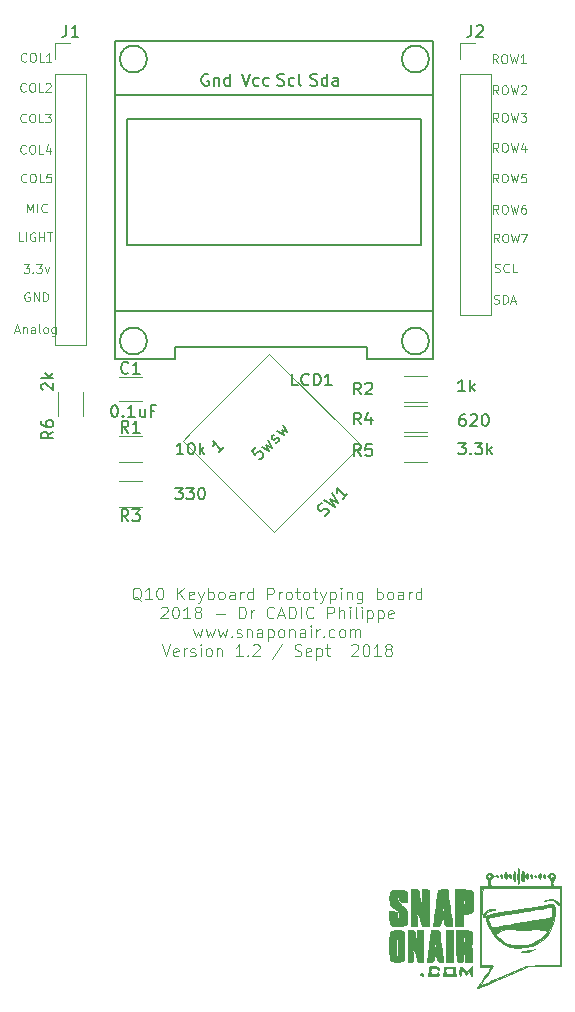
<source format=gbr>
G04 #@! TF.FileFunction,Legend,Top*
%FSLAX46Y46*%
G04 Gerber Fmt 4.6, Leading zero omitted, Abs format (unit mm)*
G04 Created by KiCad (PCBNEW 4.0.7) date 08/30/18 10:37:52*
%MOMM*%
%LPD*%
G01*
G04 APERTURE LIST*
%ADD10C,0.100000*%
%ADD11C,0.120000*%
%ADD12C,0.150000*%
%ADD13C,0.010000*%
G04 APERTURE END LIST*
D10*
X112682189Y-101728819D02*
X112586951Y-101681200D01*
X112491713Y-101585962D01*
X112348856Y-101443105D01*
X112253617Y-101395486D01*
X112158379Y-101395486D01*
X112205998Y-101633581D02*
X112110760Y-101585962D01*
X112015522Y-101490724D01*
X111967903Y-101300248D01*
X111967903Y-100966914D01*
X112015522Y-100776438D01*
X112110760Y-100681200D01*
X112205998Y-100633581D01*
X112396475Y-100633581D01*
X112491713Y-100681200D01*
X112586951Y-100776438D01*
X112634570Y-100966914D01*
X112634570Y-101300248D01*
X112586951Y-101490724D01*
X112491713Y-101585962D01*
X112396475Y-101633581D01*
X112205998Y-101633581D01*
X113586951Y-101633581D02*
X113015522Y-101633581D01*
X113301236Y-101633581D02*
X113301236Y-100633581D01*
X113205998Y-100776438D01*
X113110760Y-100871676D01*
X113015522Y-100919295D01*
X114205998Y-100633581D02*
X114301237Y-100633581D01*
X114396475Y-100681200D01*
X114444094Y-100728819D01*
X114491713Y-100824057D01*
X114539332Y-101014533D01*
X114539332Y-101252629D01*
X114491713Y-101443105D01*
X114444094Y-101538343D01*
X114396475Y-101585962D01*
X114301237Y-101633581D01*
X114205998Y-101633581D01*
X114110760Y-101585962D01*
X114063141Y-101538343D01*
X114015522Y-101443105D01*
X113967903Y-101252629D01*
X113967903Y-101014533D01*
X114015522Y-100824057D01*
X114063141Y-100728819D01*
X114110760Y-100681200D01*
X114205998Y-100633581D01*
X115729808Y-101633581D02*
X115729808Y-100633581D01*
X116301237Y-101633581D02*
X115872665Y-101062152D01*
X116301237Y-100633581D02*
X115729808Y-101205010D01*
X117110761Y-101585962D02*
X117015523Y-101633581D01*
X116825046Y-101633581D01*
X116729808Y-101585962D01*
X116682189Y-101490724D01*
X116682189Y-101109771D01*
X116729808Y-101014533D01*
X116825046Y-100966914D01*
X117015523Y-100966914D01*
X117110761Y-101014533D01*
X117158380Y-101109771D01*
X117158380Y-101205010D01*
X116682189Y-101300248D01*
X117491713Y-100966914D02*
X117729808Y-101633581D01*
X117967904Y-100966914D02*
X117729808Y-101633581D01*
X117634570Y-101871676D01*
X117586951Y-101919295D01*
X117491713Y-101966914D01*
X118348856Y-101633581D02*
X118348856Y-100633581D01*
X118348856Y-101014533D02*
X118444094Y-100966914D01*
X118634571Y-100966914D01*
X118729809Y-101014533D01*
X118777428Y-101062152D01*
X118825047Y-101157390D01*
X118825047Y-101443105D01*
X118777428Y-101538343D01*
X118729809Y-101585962D01*
X118634571Y-101633581D01*
X118444094Y-101633581D01*
X118348856Y-101585962D01*
X119396475Y-101633581D02*
X119301237Y-101585962D01*
X119253618Y-101538343D01*
X119205999Y-101443105D01*
X119205999Y-101157390D01*
X119253618Y-101062152D01*
X119301237Y-101014533D01*
X119396475Y-100966914D01*
X119539333Y-100966914D01*
X119634571Y-101014533D01*
X119682190Y-101062152D01*
X119729809Y-101157390D01*
X119729809Y-101443105D01*
X119682190Y-101538343D01*
X119634571Y-101585962D01*
X119539333Y-101633581D01*
X119396475Y-101633581D01*
X120586952Y-101633581D02*
X120586952Y-101109771D01*
X120539333Y-101014533D01*
X120444095Y-100966914D01*
X120253618Y-100966914D01*
X120158380Y-101014533D01*
X120586952Y-101585962D02*
X120491714Y-101633581D01*
X120253618Y-101633581D01*
X120158380Y-101585962D01*
X120110761Y-101490724D01*
X120110761Y-101395486D01*
X120158380Y-101300248D01*
X120253618Y-101252629D01*
X120491714Y-101252629D01*
X120586952Y-101205010D01*
X121063142Y-101633581D02*
X121063142Y-100966914D01*
X121063142Y-101157390D02*
X121110761Y-101062152D01*
X121158380Y-101014533D01*
X121253618Y-100966914D01*
X121348857Y-100966914D01*
X122110762Y-101633581D02*
X122110762Y-100633581D01*
X122110762Y-101585962D02*
X122015524Y-101633581D01*
X121825047Y-101633581D01*
X121729809Y-101585962D01*
X121682190Y-101538343D01*
X121634571Y-101443105D01*
X121634571Y-101157390D01*
X121682190Y-101062152D01*
X121729809Y-101014533D01*
X121825047Y-100966914D01*
X122015524Y-100966914D01*
X122110762Y-101014533D01*
X123348857Y-101633581D02*
X123348857Y-100633581D01*
X123729810Y-100633581D01*
X123825048Y-100681200D01*
X123872667Y-100728819D01*
X123920286Y-100824057D01*
X123920286Y-100966914D01*
X123872667Y-101062152D01*
X123825048Y-101109771D01*
X123729810Y-101157390D01*
X123348857Y-101157390D01*
X124348857Y-101633581D02*
X124348857Y-100966914D01*
X124348857Y-101157390D02*
X124396476Y-101062152D01*
X124444095Y-101014533D01*
X124539333Y-100966914D01*
X124634572Y-100966914D01*
X125110762Y-101633581D02*
X125015524Y-101585962D01*
X124967905Y-101538343D01*
X124920286Y-101443105D01*
X124920286Y-101157390D01*
X124967905Y-101062152D01*
X125015524Y-101014533D01*
X125110762Y-100966914D01*
X125253620Y-100966914D01*
X125348858Y-101014533D01*
X125396477Y-101062152D01*
X125444096Y-101157390D01*
X125444096Y-101443105D01*
X125396477Y-101538343D01*
X125348858Y-101585962D01*
X125253620Y-101633581D01*
X125110762Y-101633581D01*
X125729810Y-100966914D02*
X126110762Y-100966914D01*
X125872667Y-100633581D02*
X125872667Y-101490724D01*
X125920286Y-101585962D01*
X126015524Y-101633581D01*
X126110762Y-101633581D01*
X126586953Y-101633581D02*
X126491715Y-101585962D01*
X126444096Y-101538343D01*
X126396477Y-101443105D01*
X126396477Y-101157390D01*
X126444096Y-101062152D01*
X126491715Y-101014533D01*
X126586953Y-100966914D01*
X126729811Y-100966914D01*
X126825049Y-101014533D01*
X126872668Y-101062152D01*
X126920287Y-101157390D01*
X126920287Y-101443105D01*
X126872668Y-101538343D01*
X126825049Y-101585962D01*
X126729811Y-101633581D01*
X126586953Y-101633581D01*
X127206001Y-100966914D02*
X127586953Y-100966914D01*
X127348858Y-100633581D02*
X127348858Y-101490724D01*
X127396477Y-101585962D01*
X127491715Y-101633581D01*
X127586953Y-101633581D01*
X127825049Y-100966914D02*
X128063144Y-101633581D01*
X128301240Y-100966914D02*
X128063144Y-101633581D01*
X127967906Y-101871676D01*
X127920287Y-101919295D01*
X127825049Y-101966914D01*
X128682192Y-100966914D02*
X128682192Y-101966914D01*
X128682192Y-101014533D02*
X128777430Y-100966914D01*
X128967907Y-100966914D01*
X129063145Y-101014533D01*
X129110764Y-101062152D01*
X129158383Y-101157390D01*
X129158383Y-101443105D01*
X129110764Y-101538343D01*
X129063145Y-101585962D01*
X128967907Y-101633581D01*
X128777430Y-101633581D01*
X128682192Y-101585962D01*
X129586954Y-101633581D02*
X129586954Y-100966914D01*
X129586954Y-100633581D02*
X129539335Y-100681200D01*
X129586954Y-100728819D01*
X129634573Y-100681200D01*
X129586954Y-100633581D01*
X129586954Y-100728819D01*
X130063144Y-100966914D02*
X130063144Y-101633581D01*
X130063144Y-101062152D02*
X130110763Y-101014533D01*
X130206001Y-100966914D01*
X130348859Y-100966914D01*
X130444097Y-101014533D01*
X130491716Y-101109771D01*
X130491716Y-101633581D01*
X131396478Y-100966914D02*
X131396478Y-101776438D01*
X131348859Y-101871676D01*
X131301240Y-101919295D01*
X131206001Y-101966914D01*
X131063144Y-101966914D01*
X130967906Y-101919295D01*
X131396478Y-101585962D02*
X131301240Y-101633581D01*
X131110763Y-101633581D01*
X131015525Y-101585962D01*
X130967906Y-101538343D01*
X130920287Y-101443105D01*
X130920287Y-101157390D01*
X130967906Y-101062152D01*
X131015525Y-101014533D01*
X131110763Y-100966914D01*
X131301240Y-100966914D01*
X131396478Y-101014533D01*
X132634573Y-101633581D02*
X132634573Y-100633581D01*
X132634573Y-101014533D02*
X132729811Y-100966914D01*
X132920288Y-100966914D01*
X133015526Y-101014533D01*
X133063145Y-101062152D01*
X133110764Y-101157390D01*
X133110764Y-101443105D01*
X133063145Y-101538343D01*
X133015526Y-101585962D01*
X132920288Y-101633581D01*
X132729811Y-101633581D01*
X132634573Y-101585962D01*
X133682192Y-101633581D02*
X133586954Y-101585962D01*
X133539335Y-101538343D01*
X133491716Y-101443105D01*
X133491716Y-101157390D01*
X133539335Y-101062152D01*
X133586954Y-101014533D01*
X133682192Y-100966914D01*
X133825050Y-100966914D01*
X133920288Y-101014533D01*
X133967907Y-101062152D01*
X134015526Y-101157390D01*
X134015526Y-101443105D01*
X133967907Y-101538343D01*
X133920288Y-101585962D01*
X133825050Y-101633581D01*
X133682192Y-101633581D01*
X134872669Y-101633581D02*
X134872669Y-101109771D01*
X134825050Y-101014533D01*
X134729812Y-100966914D01*
X134539335Y-100966914D01*
X134444097Y-101014533D01*
X134872669Y-101585962D02*
X134777431Y-101633581D01*
X134539335Y-101633581D01*
X134444097Y-101585962D01*
X134396478Y-101490724D01*
X134396478Y-101395486D01*
X134444097Y-101300248D01*
X134539335Y-101252629D01*
X134777431Y-101252629D01*
X134872669Y-101205010D01*
X135348859Y-101633581D02*
X135348859Y-100966914D01*
X135348859Y-101157390D02*
X135396478Y-101062152D01*
X135444097Y-101014533D01*
X135539335Y-100966914D01*
X135634574Y-100966914D01*
X136396479Y-101633581D02*
X136396479Y-100633581D01*
X136396479Y-101585962D02*
X136301241Y-101633581D01*
X136110764Y-101633581D01*
X136015526Y-101585962D01*
X135967907Y-101538343D01*
X135920288Y-101443105D01*
X135920288Y-101157390D01*
X135967907Y-101062152D01*
X136015526Y-101014533D01*
X136110764Y-100966914D01*
X136301241Y-100966914D01*
X136396479Y-101014533D01*
X114348857Y-102328819D02*
X114396476Y-102281200D01*
X114491714Y-102233581D01*
X114729810Y-102233581D01*
X114825048Y-102281200D01*
X114872667Y-102328819D01*
X114920286Y-102424057D01*
X114920286Y-102519295D01*
X114872667Y-102662152D01*
X114301238Y-103233581D01*
X114920286Y-103233581D01*
X115539333Y-102233581D02*
X115634572Y-102233581D01*
X115729810Y-102281200D01*
X115777429Y-102328819D01*
X115825048Y-102424057D01*
X115872667Y-102614533D01*
X115872667Y-102852629D01*
X115825048Y-103043105D01*
X115777429Y-103138343D01*
X115729810Y-103185962D01*
X115634572Y-103233581D01*
X115539333Y-103233581D01*
X115444095Y-103185962D01*
X115396476Y-103138343D01*
X115348857Y-103043105D01*
X115301238Y-102852629D01*
X115301238Y-102614533D01*
X115348857Y-102424057D01*
X115396476Y-102328819D01*
X115444095Y-102281200D01*
X115539333Y-102233581D01*
X116825048Y-103233581D02*
X116253619Y-103233581D01*
X116539333Y-103233581D02*
X116539333Y-102233581D01*
X116444095Y-102376438D01*
X116348857Y-102471676D01*
X116253619Y-102519295D01*
X117396476Y-102662152D02*
X117301238Y-102614533D01*
X117253619Y-102566914D01*
X117206000Y-102471676D01*
X117206000Y-102424057D01*
X117253619Y-102328819D01*
X117301238Y-102281200D01*
X117396476Y-102233581D01*
X117586953Y-102233581D01*
X117682191Y-102281200D01*
X117729810Y-102328819D01*
X117777429Y-102424057D01*
X117777429Y-102471676D01*
X117729810Y-102566914D01*
X117682191Y-102614533D01*
X117586953Y-102662152D01*
X117396476Y-102662152D01*
X117301238Y-102709771D01*
X117253619Y-102757390D01*
X117206000Y-102852629D01*
X117206000Y-103043105D01*
X117253619Y-103138343D01*
X117301238Y-103185962D01*
X117396476Y-103233581D01*
X117586953Y-103233581D01*
X117682191Y-103185962D01*
X117729810Y-103138343D01*
X117777429Y-103043105D01*
X117777429Y-102852629D01*
X117729810Y-102757390D01*
X117682191Y-102709771D01*
X117586953Y-102662152D01*
X118967905Y-102852629D02*
X119729810Y-102852629D01*
X120967905Y-103233581D02*
X120967905Y-102233581D01*
X121206000Y-102233581D01*
X121348858Y-102281200D01*
X121444096Y-102376438D01*
X121491715Y-102471676D01*
X121539334Y-102662152D01*
X121539334Y-102805010D01*
X121491715Y-102995486D01*
X121444096Y-103090724D01*
X121348858Y-103185962D01*
X121206000Y-103233581D01*
X120967905Y-103233581D01*
X121967905Y-103233581D02*
X121967905Y-102566914D01*
X121967905Y-102757390D02*
X122015524Y-102662152D01*
X122063143Y-102614533D01*
X122158381Y-102566914D01*
X122253620Y-102566914D01*
X123920287Y-103138343D02*
X123872668Y-103185962D01*
X123729811Y-103233581D01*
X123634573Y-103233581D01*
X123491715Y-103185962D01*
X123396477Y-103090724D01*
X123348858Y-102995486D01*
X123301239Y-102805010D01*
X123301239Y-102662152D01*
X123348858Y-102471676D01*
X123396477Y-102376438D01*
X123491715Y-102281200D01*
X123634573Y-102233581D01*
X123729811Y-102233581D01*
X123872668Y-102281200D01*
X123920287Y-102328819D01*
X124301239Y-102947867D02*
X124777430Y-102947867D01*
X124206001Y-103233581D02*
X124539334Y-102233581D01*
X124872668Y-103233581D01*
X125206001Y-103233581D02*
X125206001Y-102233581D01*
X125444096Y-102233581D01*
X125586954Y-102281200D01*
X125682192Y-102376438D01*
X125729811Y-102471676D01*
X125777430Y-102662152D01*
X125777430Y-102805010D01*
X125729811Y-102995486D01*
X125682192Y-103090724D01*
X125586954Y-103185962D01*
X125444096Y-103233581D01*
X125206001Y-103233581D01*
X126206001Y-103233581D02*
X126206001Y-102233581D01*
X127253620Y-103138343D02*
X127206001Y-103185962D01*
X127063144Y-103233581D01*
X126967906Y-103233581D01*
X126825048Y-103185962D01*
X126729810Y-103090724D01*
X126682191Y-102995486D01*
X126634572Y-102805010D01*
X126634572Y-102662152D01*
X126682191Y-102471676D01*
X126729810Y-102376438D01*
X126825048Y-102281200D01*
X126967906Y-102233581D01*
X127063144Y-102233581D01*
X127206001Y-102281200D01*
X127253620Y-102328819D01*
X128444096Y-103233581D02*
X128444096Y-102233581D01*
X128825049Y-102233581D01*
X128920287Y-102281200D01*
X128967906Y-102328819D01*
X129015525Y-102424057D01*
X129015525Y-102566914D01*
X128967906Y-102662152D01*
X128920287Y-102709771D01*
X128825049Y-102757390D01*
X128444096Y-102757390D01*
X129444096Y-103233581D02*
X129444096Y-102233581D01*
X129872668Y-103233581D02*
X129872668Y-102709771D01*
X129825049Y-102614533D01*
X129729811Y-102566914D01*
X129586953Y-102566914D01*
X129491715Y-102614533D01*
X129444096Y-102662152D01*
X130348858Y-103233581D02*
X130348858Y-102566914D01*
X130348858Y-102233581D02*
X130301239Y-102281200D01*
X130348858Y-102328819D01*
X130396477Y-102281200D01*
X130348858Y-102233581D01*
X130348858Y-102328819D01*
X130967905Y-103233581D02*
X130872667Y-103185962D01*
X130825048Y-103090724D01*
X130825048Y-102233581D01*
X131348858Y-103233581D02*
X131348858Y-102566914D01*
X131348858Y-102233581D02*
X131301239Y-102281200D01*
X131348858Y-102328819D01*
X131396477Y-102281200D01*
X131348858Y-102233581D01*
X131348858Y-102328819D01*
X131825048Y-102566914D02*
X131825048Y-103566914D01*
X131825048Y-102614533D02*
X131920286Y-102566914D01*
X132110763Y-102566914D01*
X132206001Y-102614533D01*
X132253620Y-102662152D01*
X132301239Y-102757390D01*
X132301239Y-103043105D01*
X132253620Y-103138343D01*
X132206001Y-103185962D01*
X132110763Y-103233581D01*
X131920286Y-103233581D01*
X131825048Y-103185962D01*
X132729810Y-102566914D02*
X132729810Y-103566914D01*
X132729810Y-102614533D02*
X132825048Y-102566914D01*
X133015525Y-102566914D01*
X133110763Y-102614533D01*
X133158382Y-102662152D01*
X133206001Y-102757390D01*
X133206001Y-103043105D01*
X133158382Y-103138343D01*
X133110763Y-103185962D01*
X133015525Y-103233581D01*
X132825048Y-103233581D01*
X132729810Y-103185962D01*
X134015525Y-103185962D02*
X133920287Y-103233581D01*
X133729810Y-103233581D01*
X133634572Y-103185962D01*
X133586953Y-103090724D01*
X133586953Y-102709771D01*
X133634572Y-102614533D01*
X133729810Y-102566914D01*
X133920287Y-102566914D01*
X134015525Y-102614533D01*
X134063144Y-102709771D01*
X134063144Y-102805010D01*
X133586953Y-102900248D01*
X117086953Y-104166914D02*
X117277429Y-104833581D01*
X117467906Y-104357390D01*
X117658382Y-104833581D01*
X117848858Y-104166914D01*
X118134572Y-104166914D02*
X118325048Y-104833581D01*
X118515525Y-104357390D01*
X118706001Y-104833581D01*
X118896477Y-104166914D01*
X119182191Y-104166914D02*
X119372667Y-104833581D01*
X119563144Y-104357390D01*
X119753620Y-104833581D01*
X119944096Y-104166914D01*
X120325048Y-104738343D02*
X120372667Y-104785962D01*
X120325048Y-104833581D01*
X120277429Y-104785962D01*
X120325048Y-104738343D01*
X120325048Y-104833581D01*
X120753619Y-104785962D02*
X120848857Y-104833581D01*
X121039333Y-104833581D01*
X121134572Y-104785962D01*
X121182191Y-104690724D01*
X121182191Y-104643105D01*
X121134572Y-104547867D01*
X121039333Y-104500248D01*
X120896476Y-104500248D01*
X120801238Y-104452629D01*
X120753619Y-104357390D01*
X120753619Y-104309771D01*
X120801238Y-104214533D01*
X120896476Y-104166914D01*
X121039333Y-104166914D01*
X121134572Y-104214533D01*
X121610762Y-104166914D02*
X121610762Y-104833581D01*
X121610762Y-104262152D02*
X121658381Y-104214533D01*
X121753619Y-104166914D01*
X121896477Y-104166914D01*
X121991715Y-104214533D01*
X122039334Y-104309771D01*
X122039334Y-104833581D01*
X122944096Y-104833581D02*
X122944096Y-104309771D01*
X122896477Y-104214533D01*
X122801239Y-104166914D01*
X122610762Y-104166914D01*
X122515524Y-104214533D01*
X122944096Y-104785962D02*
X122848858Y-104833581D01*
X122610762Y-104833581D01*
X122515524Y-104785962D01*
X122467905Y-104690724D01*
X122467905Y-104595486D01*
X122515524Y-104500248D01*
X122610762Y-104452629D01*
X122848858Y-104452629D01*
X122944096Y-104405010D01*
X123420286Y-104166914D02*
X123420286Y-105166914D01*
X123420286Y-104214533D02*
X123515524Y-104166914D01*
X123706001Y-104166914D01*
X123801239Y-104214533D01*
X123848858Y-104262152D01*
X123896477Y-104357390D01*
X123896477Y-104643105D01*
X123848858Y-104738343D01*
X123801239Y-104785962D01*
X123706001Y-104833581D01*
X123515524Y-104833581D01*
X123420286Y-104785962D01*
X124467905Y-104833581D02*
X124372667Y-104785962D01*
X124325048Y-104738343D01*
X124277429Y-104643105D01*
X124277429Y-104357390D01*
X124325048Y-104262152D01*
X124372667Y-104214533D01*
X124467905Y-104166914D01*
X124610763Y-104166914D01*
X124706001Y-104214533D01*
X124753620Y-104262152D01*
X124801239Y-104357390D01*
X124801239Y-104643105D01*
X124753620Y-104738343D01*
X124706001Y-104785962D01*
X124610763Y-104833581D01*
X124467905Y-104833581D01*
X125229810Y-104166914D02*
X125229810Y-104833581D01*
X125229810Y-104262152D02*
X125277429Y-104214533D01*
X125372667Y-104166914D01*
X125515525Y-104166914D01*
X125610763Y-104214533D01*
X125658382Y-104309771D01*
X125658382Y-104833581D01*
X126563144Y-104833581D02*
X126563144Y-104309771D01*
X126515525Y-104214533D01*
X126420287Y-104166914D01*
X126229810Y-104166914D01*
X126134572Y-104214533D01*
X126563144Y-104785962D02*
X126467906Y-104833581D01*
X126229810Y-104833581D01*
X126134572Y-104785962D01*
X126086953Y-104690724D01*
X126086953Y-104595486D01*
X126134572Y-104500248D01*
X126229810Y-104452629D01*
X126467906Y-104452629D01*
X126563144Y-104405010D01*
X127039334Y-104833581D02*
X127039334Y-104166914D01*
X127039334Y-103833581D02*
X126991715Y-103881200D01*
X127039334Y-103928819D01*
X127086953Y-103881200D01*
X127039334Y-103833581D01*
X127039334Y-103928819D01*
X127515524Y-104833581D02*
X127515524Y-104166914D01*
X127515524Y-104357390D02*
X127563143Y-104262152D01*
X127610762Y-104214533D01*
X127706000Y-104166914D01*
X127801239Y-104166914D01*
X128134572Y-104738343D02*
X128182191Y-104785962D01*
X128134572Y-104833581D01*
X128086953Y-104785962D01*
X128134572Y-104738343D01*
X128134572Y-104833581D01*
X129039334Y-104785962D02*
X128944096Y-104833581D01*
X128753619Y-104833581D01*
X128658381Y-104785962D01*
X128610762Y-104738343D01*
X128563143Y-104643105D01*
X128563143Y-104357390D01*
X128610762Y-104262152D01*
X128658381Y-104214533D01*
X128753619Y-104166914D01*
X128944096Y-104166914D01*
X129039334Y-104214533D01*
X129610762Y-104833581D02*
X129515524Y-104785962D01*
X129467905Y-104738343D01*
X129420286Y-104643105D01*
X129420286Y-104357390D01*
X129467905Y-104262152D01*
X129515524Y-104214533D01*
X129610762Y-104166914D01*
X129753620Y-104166914D01*
X129848858Y-104214533D01*
X129896477Y-104262152D01*
X129944096Y-104357390D01*
X129944096Y-104643105D01*
X129896477Y-104738343D01*
X129848858Y-104785962D01*
X129753620Y-104833581D01*
X129610762Y-104833581D01*
X130372667Y-104833581D02*
X130372667Y-104166914D01*
X130372667Y-104262152D02*
X130420286Y-104214533D01*
X130515524Y-104166914D01*
X130658382Y-104166914D01*
X130753620Y-104214533D01*
X130801239Y-104309771D01*
X130801239Y-104833581D01*
X130801239Y-104309771D02*
X130848858Y-104214533D01*
X130944096Y-104166914D01*
X131086953Y-104166914D01*
X131182191Y-104214533D01*
X131229810Y-104309771D01*
X131229810Y-104833581D01*
X114420285Y-105433581D02*
X114753618Y-106433581D01*
X115086952Y-105433581D01*
X115801238Y-106385962D02*
X115706000Y-106433581D01*
X115515523Y-106433581D01*
X115420285Y-106385962D01*
X115372666Y-106290724D01*
X115372666Y-105909771D01*
X115420285Y-105814533D01*
X115515523Y-105766914D01*
X115706000Y-105766914D01*
X115801238Y-105814533D01*
X115848857Y-105909771D01*
X115848857Y-106005010D01*
X115372666Y-106100248D01*
X116277428Y-106433581D02*
X116277428Y-105766914D01*
X116277428Y-105957390D02*
X116325047Y-105862152D01*
X116372666Y-105814533D01*
X116467904Y-105766914D01*
X116563143Y-105766914D01*
X116848857Y-106385962D02*
X116944095Y-106433581D01*
X117134571Y-106433581D01*
X117229810Y-106385962D01*
X117277429Y-106290724D01*
X117277429Y-106243105D01*
X117229810Y-106147867D01*
X117134571Y-106100248D01*
X116991714Y-106100248D01*
X116896476Y-106052629D01*
X116848857Y-105957390D01*
X116848857Y-105909771D01*
X116896476Y-105814533D01*
X116991714Y-105766914D01*
X117134571Y-105766914D01*
X117229810Y-105814533D01*
X117706000Y-106433581D02*
X117706000Y-105766914D01*
X117706000Y-105433581D02*
X117658381Y-105481200D01*
X117706000Y-105528819D01*
X117753619Y-105481200D01*
X117706000Y-105433581D01*
X117706000Y-105528819D01*
X118325047Y-106433581D02*
X118229809Y-106385962D01*
X118182190Y-106338343D01*
X118134571Y-106243105D01*
X118134571Y-105957390D01*
X118182190Y-105862152D01*
X118229809Y-105814533D01*
X118325047Y-105766914D01*
X118467905Y-105766914D01*
X118563143Y-105814533D01*
X118610762Y-105862152D01*
X118658381Y-105957390D01*
X118658381Y-106243105D01*
X118610762Y-106338343D01*
X118563143Y-106385962D01*
X118467905Y-106433581D01*
X118325047Y-106433581D01*
X119086952Y-105766914D02*
X119086952Y-106433581D01*
X119086952Y-105862152D02*
X119134571Y-105814533D01*
X119229809Y-105766914D01*
X119372667Y-105766914D01*
X119467905Y-105814533D01*
X119515524Y-105909771D01*
X119515524Y-106433581D01*
X121277429Y-106433581D02*
X120706000Y-106433581D01*
X120991714Y-106433581D02*
X120991714Y-105433581D01*
X120896476Y-105576438D01*
X120801238Y-105671676D01*
X120706000Y-105719295D01*
X121706000Y-106338343D02*
X121753619Y-106385962D01*
X121706000Y-106433581D01*
X121658381Y-106385962D01*
X121706000Y-106338343D01*
X121706000Y-106433581D01*
X122134571Y-105528819D02*
X122182190Y-105481200D01*
X122277428Y-105433581D01*
X122515524Y-105433581D01*
X122610762Y-105481200D01*
X122658381Y-105528819D01*
X122706000Y-105624057D01*
X122706000Y-105719295D01*
X122658381Y-105862152D01*
X122086952Y-106433581D01*
X122706000Y-106433581D01*
X124610762Y-105385962D02*
X123753619Y-106671676D01*
X125658381Y-106385962D02*
X125801238Y-106433581D01*
X126039334Y-106433581D01*
X126134572Y-106385962D01*
X126182191Y-106338343D01*
X126229810Y-106243105D01*
X126229810Y-106147867D01*
X126182191Y-106052629D01*
X126134572Y-106005010D01*
X126039334Y-105957390D01*
X125848857Y-105909771D01*
X125753619Y-105862152D01*
X125706000Y-105814533D01*
X125658381Y-105719295D01*
X125658381Y-105624057D01*
X125706000Y-105528819D01*
X125753619Y-105481200D01*
X125848857Y-105433581D01*
X126086953Y-105433581D01*
X126229810Y-105481200D01*
X127039334Y-106385962D02*
X126944096Y-106433581D01*
X126753619Y-106433581D01*
X126658381Y-106385962D01*
X126610762Y-106290724D01*
X126610762Y-105909771D01*
X126658381Y-105814533D01*
X126753619Y-105766914D01*
X126944096Y-105766914D01*
X127039334Y-105814533D01*
X127086953Y-105909771D01*
X127086953Y-106005010D01*
X126610762Y-106100248D01*
X127515524Y-105766914D02*
X127515524Y-106766914D01*
X127515524Y-105814533D02*
X127610762Y-105766914D01*
X127801239Y-105766914D01*
X127896477Y-105814533D01*
X127944096Y-105862152D01*
X127991715Y-105957390D01*
X127991715Y-106243105D01*
X127944096Y-106338343D01*
X127896477Y-106385962D01*
X127801239Y-106433581D01*
X127610762Y-106433581D01*
X127515524Y-106385962D01*
X128277429Y-105766914D02*
X128658381Y-105766914D01*
X128420286Y-105433581D02*
X128420286Y-106290724D01*
X128467905Y-106385962D01*
X128563143Y-106433581D01*
X128658381Y-106433581D01*
X130467906Y-105528819D02*
X130515525Y-105481200D01*
X130610763Y-105433581D01*
X130848859Y-105433581D01*
X130944097Y-105481200D01*
X130991716Y-105528819D01*
X131039335Y-105624057D01*
X131039335Y-105719295D01*
X130991716Y-105862152D01*
X130420287Y-106433581D01*
X131039335Y-106433581D01*
X131658382Y-105433581D02*
X131753621Y-105433581D01*
X131848859Y-105481200D01*
X131896478Y-105528819D01*
X131944097Y-105624057D01*
X131991716Y-105814533D01*
X131991716Y-106052629D01*
X131944097Y-106243105D01*
X131896478Y-106338343D01*
X131848859Y-106385962D01*
X131753621Y-106433581D01*
X131658382Y-106433581D01*
X131563144Y-106385962D01*
X131515525Y-106338343D01*
X131467906Y-106243105D01*
X131420287Y-106052629D01*
X131420287Y-105814533D01*
X131467906Y-105624057D01*
X131515525Y-105528819D01*
X131563144Y-105481200D01*
X131658382Y-105433581D01*
X132944097Y-106433581D02*
X132372668Y-106433581D01*
X132658382Y-106433581D02*
X132658382Y-105433581D01*
X132563144Y-105576438D01*
X132467906Y-105671676D01*
X132372668Y-105719295D01*
X133515525Y-105862152D02*
X133420287Y-105814533D01*
X133372668Y-105766914D01*
X133325049Y-105671676D01*
X133325049Y-105624057D01*
X133372668Y-105528819D01*
X133420287Y-105481200D01*
X133515525Y-105433581D01*
X133706002Y-105433581D01*
X133801240Y-105481200D01*
X133848859Y-105528819D01*
X133896478Y-105624057D01*
X133896478Y-105671676D01*
X133848859Y-105766914D01*
X133801240Y-105814533D01*
X133706002Y-105862152D01*
X133515525Y-105862152D01*
X133420287Y-105909771D01*
X133372668Y-105957390D01*
X133325049Y-106052629D01*
X133325049Y-106243105D01*
X133372668Y-106338343D01*
X133420287Y-106385962D01*
X133515525Y-106433581D01*
X133706002Y-106433581D01*
X133801240Y-106385962D01*
X133848859Y-106338343D01*
X133896478Y-106243105D01*
X133896478Y-106052629D01*
X133848859Y-105957390D01*
X133801240Y-105909771D01*
X133706002Y-105862152D01*
X142548486Y-76554371D02*
X142655629Y-76590086D01*
X142834200Y-76590086D01*
X142905629Y-76554371D01*
X142941343Y-76518657D01*
X142977058Y-76447229D01*
X142977058Y-76375800D01*
X142941343Y-76304371D01*
X142905629Y-76268657D01*
X142834200Y-76232943D01*
X142691343Y-76197229D01*
X142619915Y-76161514D01*
X142584200Y-76125800D01*
X142548486Y-76054371D01*
X142548486Y-75982943D01*
X142584200Y-75911514D01*
X142619915Y-75875800D01*
X142691343Y-75840086D01*
X142869915Y-75840086D01*
X142977058Y-75875800D01*
X143298486Y-76590086D02*
X143298486Y-75840086D01*
X143477058Y-75840086D01*
X143584201Y-75875800D01*
X143655629Y-75947229D01*
X143691344Y-76018657D01*
X143727058Y-76161514D01*
X143727058Y-76268657D01*
X143691344Y-76411514D01*
X143655629Y-76482943D01*
X143584201Y-76554371D01*
X143477058Y-76590086D01*
X143298486Y-76590086D01*
X144012772Y-76375800D02*
X144369915Y-76375800D01*
X143941344Y-76590086D02*
X144191344Y-75840086D01*
X144441344Y-76590086D01*
X142617143Y-73912771D02*
X142724286Y-73948486D01*
X142902857Y-73948486D01*
X142974286Y-73912771D01*
X143010000Y-73877057D01*
X143045715Y-73805629D01*
X143045715Y-73734200D01*
X143010000Y-73662771D01*
X142974286Y-73627057D01*
X142902857Y-73591343D01*
X142760000Y-73555629D01*
X142688572Y-73519914D01*
X142652857Y-73484200D01*
X142617143Y-73412771D01*
X142617143Y-73341343D01*
X142652857Y-73269914D01*
X142688572Y-73234200D01*
X142760000Y-73198486D01*
X142938572Y-73198486D01*
X143045715Y-73234200D01*
X143795715Y-73877057D02*
X143760001Y-73912771D01*
X143652858Y-73948486D01*
X143581429Y-73948486D01*
X143474286Y-73912771D01*
X143402858Y-73841343D01*
X143367143Y-73769914D01*
X143331429Y-73627057D01*
X143331429Y-73519914D01*
X143367143Y-73377057D01*
X143402858Y-73305629D01*
X143474286Y-73234200D01*
X143581429Y-73198486D01*
X143652858Y-73198486D01*
X143760001Y-73234200D01*
X143795715Y-73269914D01*
X144474286Y-73948486D02*
X144117143Y-73948486D01*
X144117143Y-73198486D01*
X142969972Y-71408486D02*
X142719972Y-71051343D01*
X142541400Y-71408486D02*
X142541400Y-70658486D01*
X142827115Y-70658486D01*
X142898543Y-70694200D01*
X142934258Y-70729914D01*
X142969972Y-70801343D01*
X142969972Y-70908486D01*
X142934258Y-70979914D01*
X142898543Y-71015629D01*
X142827115Y-71051343D01*
X142541400Y-71051343D01*
X143434258Y-70658486D02*
X143577115Y-70658486D01*
X143648543Y-70694200D01*
X143719972Y-70765629D01*
X143755686Y-70908486D01*
X143755686Y-71158486D01*
X143719972Y-71301343D01*
X143648543Y-71372771D01*
X143577115Y-71408486D01*
X143434258Y-71408486D01*
X143362829Y-71372771D01*
X143291400Y-71301343D01*
X143255686Y-71158486D01*
X143255686Y-70908486D01*
X143291400Y-70765629D01*
X143362829Y-70694200D01*
X143434258Y-70658486D01*
X144005686Y-70658486D02*
X144184257Y-71408486D01*
X144327114Y-70872771D01*
X144469972Y-71408486D01*
X144648543Y-70658486D01*
X144862829Y-70658486D02*
X145362829Y-70658486D01*
X145041400Y-71408486D01*
X142919172Y-68970086D02*
X142669172Y-68612943D01*
X142490600Y-68970086D02*
X142490600Y-68220086D01*
X142776315Y-68220086D01*
X142847743Y-68255800D01*
X142883458Y-68291514D01*
X142919172Y-68362943D01*
X142919172Y-68470086D01*
X142883458Y-68541514D01*
X142847743Y-68577229D01*
X142776315Y-68612943D01*
X142490600Y-68612943D01*
X143383458Y-68220086D02*
X143526315Y-68220086D01*
X143597743Y-68255800D01*
X143669172Y-68327229D01*
X143704886Y-68470086D01*
X143704886Y-68720086D01*
X143669172Y-68862943D01*
X143597743Y-68934371D01*
X143526315Y-68970086D01*
X143383458Y-68970086D01*
X143312029Y-68934371D01*
X143240600Y-68862943D01*
X143204886Y-68720086D01*
X143204886Y-68470086D01*
X143240600Y-68327229D01*
X143312029Y-68255800D01*
X143383458Y-68220086D01*
X143954886Y-68220086D02*
X144133457Y-68970086D01*
X144276314Y-68434371D01*
X144419172Y-68970086D01*
X144597743Y-68220086D01*
X145204886Y-68220086D02*
X145062029Y-68220086D01*
X144990600Y-68255800D01*
X144954886Y-68291514D01*
X144883457Y-68398657D01*
X144847743Y-68541514D01*
X144847743Y-68827229D01*
X144883457Y-68898657D01*
X144919172Y-68934371D01*
X144990600Y-68970086D01*
X145133457Y-68970086D01*
X145204886Y-68934371D01*
X145240600Y-68898657D01*
X145276315Y-68827229D01*
X145276315Y-68648657D01*
X145240600Y-68577229D01*
X145204886Y-68541514D01*
X145133457Y-68505800D01*
X144990600Y-68505800D01*
X144919172Y-68541514D01*
X144883457Y-68577229D01*
X144847743Y-68648657D01*
X142919172Y-66328486D02*
X142669172Y-65971343D01*
X142490600Y-66328486D02*
X142490600Y-65578486D01*
X142776315Y-65578486D01*
X142847743Y-65614200D01*
X142883458Y-65649914D01*
X142919172Y-65721343D01*
X142919172Y-65828486D01*
X142883458Y-65899914D01*
X142847743Y-65935629D01*
X142776315Y-65971343D01*
X142490600Y-65971343D01*
X143383458Y-65578486D02*
X143526315Y-65578486D01*
X143597743Y-65614200D01*
X143669172Y-65685629D01*
X143704886Y-65828486D01*
X143704886Y-66078486D01*
X143669172Y-66221343D01*
X143597743Y-66292771D01*
X143526315Y-66328486D01*
X143383458Y-66328486D01*
X143312029Y-66292771D01*
X143240600Y-66221343D01*
X143204886Y-66078486D01*
X143204886Y-65828486D01*
X143240600Y-65685629D01*
X143312029Y-65614200D01*
X143383458Y-65578486D01*
X143954886Y-65578486D02*
X144133457Y-66328486D01*
X144276314Y-65792771D01*
X144419172Y-66328486D01*
X144597743Y-65578486D01*
X145240600Y-65578486D02*
X144883457Y-65578486D01*
X144847743Y-65935629D01*
X144883457Y-65899914D01*
X144954886Y-65864200D01*
X145133457Y-65864200D01*
X145204886Y-65899914D01*
X145240600Y-65935629D01*
X145276315Y-66007057D01*
X145276315Y-66185629D01*
X145240600Y-66257057D01*
X145204886Y-66292771D01*
X145133457Y-66328486D01*
X144954886Y-66328486D01*
X144883457Y-66292771D01*
X144847743Y-66257057D01*
X142919172Y-63737686D02*
X142669172Y-63380543D01*
X142490600Y-63737686D02*
X142490600Y-62987686D01*
X142776315Y-62987686D01*
X142847743Y-63023400D01*
X142883458Y-63059114D01*
X142919172Y-63130543D01*
X142919172Y-63237686D01*
X142883458Y-63309114D01*
X142847743Y-63344829D01*
X142776315Y-63380543D01*
X142490600Y-63380543D01*
X143383458Y-62987686D02*
X143526315Y-62987686D01*
X143597743Y-63023400D01*
X143669172Y-63094829D01*
X143704886Y-63237686D01*
X143704886Y-63487686D01*
X143669172Y-63630543D01*
X143597743Y-63701971D01*
X143526315Y-63737686D01*
X143383458Y-63737686D01*
X143312029Y-63701971D01*
X143240600Y-63630543D01*
X143204886Y-63487686D01*
X143204886Y-63237686D01*
X143240600Y-63094829D01*
X143312029Y-63023400D01*
X143383458Y-62987686D01*
X143954886Y-62987686D02*
X144133457Y-63737686D01*
X144276314Y-63201971D01*
X144419172Y-63737686D01*
X144597743Y-62987686D01*
X145204886Y-63237686D02*
X145204886Y-63737686D01*
X145026315Y-62951971D02*
X144847743Y-63487686D01*
X145312029Y-63487686D01*
X142919172Y-61197686D02*
X142669172Y-60840543D01*
X142490600Y-61197686D02*
X142490600Y-60447686D01*
X142776315Y-60447686D01*
X142847743Y-60483400D01*
X142883458Y-60519114D01*
X142919172Y-60590543D01*
X142919172Y-60697686D01*
X142883458Y-60769114D01*
X142847743Y-60804829D01*
X142776315Y-60840543D01*
X142490600Y-60840543D01*
X143383458Y-60447686D02*
X143526315Y-60447686D01*
X143597743Y-60483400D01*
X143669172Y-60554829D01*
X143704886Y-60697686D01*
X143704886Y-60947686D01*
X143669172Y-61090543D01*
X143597743Y-61161971D01*
X143526315Y-61197686D01*
X143383458Y-61197686D01*
X143312029Y-61161971D01*
X143240600Y-61090543D01*
X143204886Y-60947686D01*
X143204886Y-60697686D01*
X143240600Y-60554829D01*
X143312029Y-60483400D01*
X143383458Y-60447686D01*
X143954886Y-60447686D02*
X144133457Y-61197686D01*
X144276314Y-60661971D01*
X144419172Y-61197686D01*
X144597743Y-60447686D01*
X144812029Y-60447686D02*
X145276315Y-60447686D01*
X145026315Y-60733400D01*
X145133457Y-60733400D01*
X145204886Y-60769114D01*
X145240600Y-60804829D01*
X145276315Y-60876257D01*
X145276315Y-61054829D01*
X145240600Y-61126257D01*
X145204886Y-61161971D01*
X145133457Y-61197686D01*
X144919172Y-61197686D01*
X144847743Y-61161971D01*
X144812029Y-61126257D01*
X142919172Y-58860886D02*
X142669172Y-58503743D01*
X142490600Y-58860886D02*
X142490600Y-58110886D01*
X142776315Y-58110886D01*
X142847743Y-58146600D01*
X142883458Y-58182314D01*
X142919172Y-58253743D01*
X142919172Y-58360886D01*
X142883458Y-58432314D01*
X142847743Y-58468029D01*
X142776315Y-58503743D01*
X142490600Y-58503743D01*
X143383458Y-58110886D02*
X143526315Y-58110886D01*
X143597743Y-58146600D01*
X143669172Y-58218029D01*
X143704886Y-58360886D01*
X143704886Y-58610886D01*
X143669172Y-58753743D01*
X143597743Y-58825171D01*
X143526315Y-58860886D01*
X143383458Y-58860886D01*
X143312029Y-58825171D01*
X143240600Y-58753743D01*
X143204886Y-58610886D01*
X143204886Y-58360886D01*
X143240600Y-58218029D01*
X143312029Y-58146600D01*
X143383458Y-58110886D01*
X143954886Y-58110886D02*
X144133457Y-58860886D01*
X144276314Y-58325171D01*
X144419172Y-58860886D01*
X144597743Y-58110886D01*
X144847743Y-58182314D02*
X144883457Y-58146600D01*
X144954886Y-58110886D01*
X145133457Y-58110886D01*
X145204886Y-58146600D01*
X145240600Y-58182314D01*
X145276315Y-58253743D01*
X145276315Y-58325171D01*
X145240600Y-58432314D01*
X144812029Y-58860886D01*
X145276315Y-58860886D01*
X142868372Y-56219286D02*
X142618372Y-55862143D01*
X142439800Y-56219286D02*
X142439800Y-55469286D01*
X142725515Y-55469286D01*
X142796943Y-55505000D01*
X142832658Y-55540714D01*
X142868372Y-55612143D01*
X142868372Y-55719286D01*
X142832658Y-55790714D01*
X142796943Y-55826429D01*
X142725515Y-55862143D01*
X142439800Y-55862143D01*
X143332658Y-55469286D02*
X143475515Y-55469286D01*
X143546943Y-55505000D01*
X143618372Y-55576429D01*
X143654086Y-55719286D01*
X143654086Y-55969286D01*
X143618372Y-56112143D01*
X143546943Y-56183571D01*
X143475515Y-56219286D01*
X143332658Y-56219286D01*
X143261229Y-56183571D01*
X143189800Y-56112143D01*
X143154086Y-55969286D01*
X143154086Y-55719286D01*
X143189800Y-55576429D01*
X143261229Y-55505000D01*
X143332658Y-55469286D01*
X143904086Y-55469286D02*
X144082657Y-56219286D01*
X144225514Y-55683571D01*
X144368372Y-56219286D01*
X144546943Y-55469286D01*
X145225515Y-56219286D02*
X144796943Y-56219286D01*
X145011229Y-56219286D02*
X145011229Y-55469286D01*
X144939800Y-55576429D01*
X144868372Y-55647857D01*
X144796943Y-55683571D01*
X102001458Y-78865000D02*
X102358601Y-78865000D01*
X101930030Y-79079286D02*
X102180030Y-78329286D01*
X102430030Y-79079286D01*
X102680029Y-78579286D02*
X102680029Y-79079286D01*
X102680029Y-78650714D02*
X102715744Y-78615000D01*
X102787172Y-78579286D01*
X102894315Y-78579286D01*
X102965744Y-78615000D01*
X103001458Y-78686429D01*
X103001458Y-79079286D01*
X103680029Y-79079286D02*
X103680029Y-78686429D01*
X103644315Y-78615000D01*
X103572886Y-78579286D01*
X103430029Y-78579286D01*
X103358600Y-78615000D01*
X103680029Y-79043571D02*
X103608600Y-79079286D01*
X103430029Y-79079286D01*
X103358600Y-79043571D01*
X103322886Y-78972143D01*
X103322886Y-78900714D01*
X103358600Y-78829286D01*
X103430029Y-78793571D01*
X103608600Y-78793571D01*
X103680029Y-78757857D01*
X104144314Y-79079286D02*
X104072886Y-79043571D01*
X104037171Y-78972143D01*
X104037171Y-78329286D01*
X104537171Y-79079286D02*
X104465743Y-79043571D01*
X104430028Y-79007857D01*
X104394314Y-78936429D01*
X104394314Y-78722143D01*
X104430028Y-78650714D01*
X104465743Y-78615000D01*
X104537171Y-78579286D01*
X104644314Y-78579286D01*
X104715743Y-78615000D01*
X104751457Y-78650714D01*
X104787171Y-78722143D01*
X104787171Y-78936429D01*
X104751457Y-79007857D01*
X104715743Y-79043571D01*
X104644314Y-79079286D01*
X104537171Y-79079286D01*
X105430028Y-78579286D02*
X105430028Y-79186429D01*
X105394314Y-79257857D01*
X105358599Y-79293571D01*
X105287171Y-79329286D01*
X105180028Y-79329286D01*
X105108599Y-79293571D01*
X105430028Y-79043571D02*
X105358599Y-79079286D01*
X105215742Y-79079286D01*
X105144314Y-79043571D01*
X105108599Y-79007857D01*
X105072885Y-78936429D01*
X105072885Y-78722143D01*
X105108599Y-78650714D01*
X105144314Y-78615000D01*
X105215742Y-78579286D01*
X105358599Y-78579286D01*
X105430028Y-78615000D01*
X103212972Y-75672600D02*
X103141543Y-75636886D01*
X103034400Y-75636886D01*
X102927257Y-75672600D01*
X102855829Y-75744029D01*
X102820114Y-75815457D01*
X102784400Y-75958314D01*
X102784400Y-76065457D01*
X102820114Y-76208314D01*
X102855829Y-76279743D01*
X102927257Y-76351171D01*
X103034400Y-76386886D01*
X103105829Y-76386886D01*
X103212972Y-76351171D01*
X103248686Y-76315457D01*
X103248686Y-76065457D01*
X103105829Y-76065457D01*
X103570114Y-76386886D02*
X103570114Y-75636886D01*
X103998686Y-76386886D01*
X103998686Y-75636886D01*
X104355828Y-76386886D02*
X104355828Y-75636886D01*
X104534400Y-75636886D01*
X104641543Y-75672600D01*
X104712971Y-75744029D01*
X104748686Y-75815457D01*
X104784400Y-75958314D01*
X104784400Y-76065457D01*
X104748686Y-76208314D01*
X104712971Y-76279743D01*
X104641543Y-76351171D01*
X104534400Y-76386886D01*
X104355828Y-76386886D01*
X102712971Y-73249286D02*
X103177257Y-73249286D01*
X102927257Y-73535000D01*
X103034399Y-73535000D01*
X103105828Y-73570714D01*
X103141542Y-73606429D01*
X103177257Y-73677857D01*
X103177257Y-73856429D01*
X103141542Y-73927857D01*
X103105828Y-73963571D01*
X103034399Y-73999286D01*
X102820114Y-73999286D01*
X102748685Y-73963571D01*
X102712971Y-73927857D01*
X103498685Y-73927857D02*
X103534400Y-73963571D01*
X103498685Y-73999286D01*
X103462971Y-73963571D01*
X103498685Y-73927857D01*
X103498685Y-73999286D01*
X103784400Y-73249286D02*
X104248686Y-73249286D01*
X103998686Y-73535000D01*
X104105828Y-73535000D01*
X104177257Y-73570714D01*
X104212971Y-73606429D01*
X104248686Y-73677857D01*
X104248686Y-73856429D01*
X104212971Y-73927857D01*
X104177257Y-73963571D01*
X104105828Y-73999286D01*
X103891543Y-73999286D01*
X103820114Y-73963571D01*
X103784400Y-73927857D01*
X104498686Y-73499286D02*
X104677257Y-73999286D01*
X104855829Y-73499286D01*
X102682800Y-71306886D02*
X102325657Y-71306886D01*
X102325657Y-70556886D01*
X102932800Y-71306886D02*
X102932800Y-70556886D01*
X103682801Y-70592600D02*
X103611372Y-70556886D01*
X103504229Y-70556886D01*
X103397086Y-70592600D01*
X103325658Y-70664029D01*
X103289943Y-70735457D01*
X103254229Y-70878314D01*
X103254229Y-70985457D01*
X103289943Y-71128314D01*
X103325658Y-71199743D01*
X103397086Y-71271171D01*
X103504229Y-71306886D01*
X103575658Y-71306886D01*
X103682801Y-71271171D01*
X103718515Y-71235457D01*
X103718515Y-70985457D01*
X103575658Y-70985457D01*
X104039943Y-71306886D02*
X104039943Y-70556886D01*
X104039943Y-70914029D02*
X104468515Y-70914029D01*
X104468515Y-71306886D02*
X104468515Y-70556886D01*
X104718515Y-70556886D02*
X105147086Y-70556886D01*
X104932800Y-71306886D02*
X104932800Y-70556886D01*
X103031628Y-68868486D02*
X103031628Y-68118486D01*
X103281628Y-68654200D01*
X103531628Y-68118486D01*
X103531628Y-68868486D01*
X103888771Y-68868486D02*
X103888771Y-68118486D01*
X104674486Y-68797057D02*
X104638772Y-68832771D01*
X104531629Y-68868486D01*
X104460200Y-68868486D01*
X104353057Y-68832771D01*
X104281629Y-68761343D01*
X104245914Y-68689914D01*
X104210200Y-68547057D01*
X104210200Y-68439914D01*
X104245914Y-68297057D01*
X104281629Y-68225629D01*
X104353057Y-68154200D01*
X104460200Y-68118486D01*
X104531629Y-68118486D01*
X104638772Y-68154200D01*
X104674486Y-68189914D01*
X102962972Y-66257057D02*
X102927258Y-66292771D01*
X102820115Y-66328486D01*
X102748686Y-66328486D01*
X102641543Y-66292771D01*
X102570115Y-66221343D01*
X102534400Y-66149914D01*
X102498686Y-66007057D01*
X102498686Y-65899914D01*
X102534400Y-65757057D01*
X102570115Y-65685629D01*
X102641543Y-65614200D01*
X102748686Y-65578486D01*
X102820115Y-65578486D01*
X102927258Y-65614200D01*
X102962972Y-65649914D01*
X103427258Y-65578486D02*
X103570115Y-65578486D01*
X103641543Y-65614200D01*
X103712972Y-65685629D01*
X103748686Y-65828486D01*
X103748686Y-66078486D01*
X103712972Y-66221343D01*
X103641543Y-66292771D01*
X103570115Y-66328486D01*
X103427258Y-66328486D01*
X103355829Y-66292771D01*
X103284400Y-66221343D01*
X103248686Y-66078486D01*
X103248686Y-65828486D01*
X103284400Y-65685629D01*
X103355829Y-65614200D01*
X103427258Y-65578486D01*
X104427257Y-66328486D02*
X104070114Y-66328486D01*
X104070114Y-65578486D01*
X105034400Y-65578486D02*
X104677257Y-65578486D01*
X104641543Y-65935629D01*
X104677257Y-65899914D01*
X104748686Y-65864200D01*
X104927257Y-65864200D01*
X104998686Y-65899914D01*
X105034400Y-65935629D01*
X105070115Y-66007057D01*
X105070115Y-66185629D01*
X105034400Y-66257057D01*
X104998686Y-66292771D01*
X104927257Y-66328486D01*
X104748686Y-66328486D01*
X104677257Y-66292771D01*
X104641543Y-66257057D01*
X102912172Y-63818657D02*
X102876458Y-63854371D01*
X102769315Y-63890086D01*
X102697886Y-63890086D01*
X102590743Y-63854371D01*
X102519315Y-63782943D01*
X102483600Y-63711514D01*
X102447886Y-63568657D01*
X102447886Y-63461514D01*
X102483600Y-63318657D01*
X102519315Y-63247229D01*
X102590743Y-63175800D01*
X102697886Y-63140086D01*
X102769315Y-63140086D01*
X102876458Y-63175800D01*
X102912172Y-63211514D01*
X103376458Y-63140086D02*
X103519315Y-63140086D01*
X103590743Y-63175800D01*
X103662172Y-63247229D01*
X103697886Y-63390086D01*
X103697886Y-63640086D01*
X103662172Y-63782943D01*
X103590743Y-63854371D01*
X103519315Y-63890086D01*
X103376458Y-63890086D01*
X103305029Y-63854371D01*
X103233600Y-63782943D01*
X103197886Y-63640086D01*
X103197886Y-63390086D01*
X103233600Y-63247229D01*
X103305029Y-63175800D01*
X103376458Y-63140086D01*
X104376457Y-63890086D02*
X104019314Y-63890086D01*
X104019314Y-63140086D01*
X104947886Y-63390086D02*
X104947886Y-63890086D01*
X104769315Y-63104371D02*
X104590743Y-63640086D01*
X105055029Y-63640086D01*
X102912172Y-61177057D02*
X102876458Y-61212771D01*
X102769315Y-61248486D01*
X102697886Y-61248486D01*
X102590743Y-61212771D01*
X102519315Y-61141343D01*
X102483600Y-61069914D01*
X102447886Y-60927057D01*
X102447886Y-60819914D01*
X102483600Y-60677057D01*
X102519315Y-60605629D01*
X102590743Y-60534200D01*
X102697886Y-60498486D01*
X102769315Y-60498486D01*
X102876458Y-60534200D01*
X102912172Y-60569914D01*
X103376458Y-60498486D02*
X103519315Y-60498486D01*
X103590743Y-60534200D01*
X103662172Y-60605629D01*
X103697886Y-60748486D01*
X103697886Y-60998486D01*
X103662172Y-61141343D01*
X103590743Y-61212771D01*
X103519315Y-61248486D01*
X103376458Y-61248486D01*
X103305029Y-61212771D01*
X103233600Y-61141343D01*
X103197886Y-60998486D01*
X103197886Y-60748486D01*
X103233600Y-60605629D01*
X103305029Y-60534200D01*
X103376458Y-60498486D01*
X104376457Y-61248486D02*
X104019314Y-61248486D01*
X104019314Y-60498486D01*
X104555029Y-60498486D02*
X105019315Y-60498486D01*
X104769315Y-60784200D01*
X104876457Y-60784200D01*
X104947886Y-60819914D01*
X104983600Y-60855629D01*
X105019315Y-60927057D01*
X105019315Y-61105629D01*
X104983600Y-61177057D01*
X104947886Y-61212771D01*
X104876457Y-61248486D01*
X104662172Y-61248486D01*
X104590743Y-61212771D01*
X104555029Y-61177057D01*
X102912172Y-58586257D02*
X102876458Y-58621971D01*
X102769315Y-58657686D01*
X102697886Y-58657686D01*
X102590743Y-58621971D01*
X102519315Y-58550543D01*
X102483600Y-58479114D01*
X102447886Y-58336257D01*
X102447886Y-58229114D01*
X102483600Y-58086257D01*
X102519315Y-58014829D01*
X102590743Y-57943400D01*
X102697886Y-57907686D01*
X102769315Y-57907686D01*
X102876458Y-57943400D01*
X102912172Y-57979114D01*
X103376458Y-57907686D02*
X103519315Y-57907686D01*
X103590743Y-57943400D01*
X103662172Y-58014829D01*
X103697886Y-58157686D01*
X103697886Y-58407686D01*
X103662172Y-58550543D01*
X103590743Y-58621971D01*
X103519315Y-58657686D01*
X103376458Y-58657686D01*
X103305029Y-58621971D01*
X103233600Y-58550543D01*
X103197886Y-58407686D01*
X103197886Y-58157686D01*
X103233600Y-58014829D01*
X103305029Y-57943400D01*
X103376458Y-57907686D01*
X104376457Y-58657686D02*
X104019314Y-58657686D01*
X104019314Y-57907686D01*
X104590743Y-57979114D02*
X104626457Y-57943400D01*
X104697886Y-57907686D01*
X104876457Y-57907686D01*
X104947886Y-57943400D01*
X104983600Y-57979114D01*
X105019315Y-58050543D01*
X105019315Y-58121971D01*
X104983600Y-58229114D01*
X104555029Y-58657686D01*
X105019315Y-58657686D01*
X102962972Y-56046257D02*
X102927258Y-56081971D01*
X102820115Y-56117686D01*
X102748686Y-56117686D01*
X102641543Y-56081971D01*
X102570115Y-56010543D01*
X102534400Y-55939114D01*
X102498686Y-55796257D01*
X102498686Y-55689114D01*
X102534400Y-55546257D01*
X102570115Y-55474829D01*
X102641543Y-55403400D01*
X102748686Y-55367686D01*
X102820115Y-55367686D01*
X102927258Y-55403400D01*
X102962972Y-55439114D01*
X103427258Y-55367686D02*
X103570115Y-55367686D01*
X103641543Y-55403400D01*
X103712972Y-55474829D01*
X103748686Y-55617686D01*
X103748686Y-55867686D01*
X103712972Y-56010543D01*
X103641543Y-56081971D01*
X103570115Y-56117686D01*
X103427258Y-56117686D01*
X103355829Y-56081971D01*
X103284400Y-56010543D01*
X103248686Y-55867686D01*
X103248686Y-55617686D01*
X103284400Y-55474829D01*
X103355829Y-55403400D01*
X103427258Y-55367686D01*
X104427257Y-56117686D02*
X104070114Y-56117686D01*
X104070114Y-55367686D01*
X105070115Y-56117686D02*
X104641543Y-56117686D01*
X104855829Y-56117686D02*
X104855829Y-55367686D01*
X104784400Y-55474829D01*
X104712972Y-55546257D01*
X104641543Y-55581971D01*
D11*
X112760000Y-82800000D02*
X110760000Y-82800000D01*
X110760000Y-84840000D02*
X112760000Y-84840000D01*
X112760000Y-89970000D02*
X110760000Y-89970000D01*
X110760000Y-87830000D02*
X112760000Y-87830000D01*
X139640000Y-57150000D02*
X139640000Y-77530000D01*
X139640000Y-77530000D02*
X142300000Y-77530000D01*
X142300000Y-77530000D02*
X142300000Y-57150000D01*
X142300000Y-57150000D02*
X139640000Y-57150000D01*
X139640000Y-55880000D02*
X139640000Y-54550000D01*
X139640000Y-54550000D02*
X140970000Y-54550000D01*
X105350000Y-57150000D02*
X105350000Y-80070000D01*
X105350000Y-80070000D02*
X108010000Y-80070000D01*
X108010000Y-80070000D02*
X108010000Y-57150000D01*
X108010000Y-57150000D02*
X105350000Y-57150000D01*
X105350000Y-55880000D02*
X105350000Y-54550000D01*
X105350000Y-54550000D02*
X106680000Y-54550000D01*
D12*
X131826000Y-81280000D02*
X137414000Y-81280000D01*
X110490000Y-81280000D02*
X115570000Y-81280000D01*
X115570000Y-81280000D02*
X115570000Y-80264000D01*
X115570000Y-80264000D02*
X131826000Y-80264000D01*
X131826000Y-80264000D02*
X131826000Y-81280000D01*
X111506000Y-60960000D02*
X136398000Y-60960000D01*
X136398000Y-60960000D02*
X136398000Y-71628000D01*
X136398000Y-71628000D02*
X111506000Y-71628000D01*
X111506000Y-71628000D02*
X111506000Y-60960000D01*
X110490000Y-58928000D02*
X137414000Y-58928000D01*
X137414000Y-58928000D02*
X137414000Y-77216000D01*
X137414000Y-77216000D02*
X110490000Y-77216000D01*
X110490000Y-77216000D02*
X110490000Y-58928000D01*
X137025923Y-79756000D02*
G75*
G03X137025923Y-79756000I-1135923J0D01*
G01*
X113149923Y-79756000D02*
G75*
G03X113149923Y-79756000I-1135923J0D01*
G01*
X113149923Y-55880000D02*
G75*
G03X113149923Y-55880000I-1135923J0D01*
G01*
X137025923Y-55880000D02*
G75*
G03X137025923Y-55880000I-1135923J0D01*
G01*
X110490000Y-81280000D02*
X110490000Y-54356000D01*
X110490000Y-54356000D02*
X137414000Y-54356000D01*
X137414000Y-54356000D02*
X137414000Y-81280000D01*
D11*
X136890000Y-84890000D02*
X134890000Y-84890000D01*
X134890000Y-82750000D02*
X136890000Y-82750000D01*
X110760000Y-91640000D02*
X112760000Y-91640000D01*
X112760000Y-93780000D02*
X110760000Y-93780000D01*
X136890000Y-87430000D02*
X134890000Y-87430000D01*
X134890000Y-85290000D02*
X136890000Y-85290000D01*
X136890000Y-89970000D02*
X134890000Y-89970000D01*
X134890000Y-87830000D02*
X136890000Y-87830000D01*
X107750000Y-84090000D02*
X107750000Y-86090000D01*
X105610000Y-86090000D02*
X105610000Y-84090000D01*
D10*
X116889771Y-87489771D02*
X123536575Y-80842967D01*
X123536575Y-80842967D02*
X131244039Y-88550431D01*
X131244039Y-88550431D02*
X123890128Y-95904342D01*
X123890128Y-95904342D02*
X116182664Y-88196878D01*
X116182664Y-88196878D02*
X116889771Y-87489771D01*
D13*
G36*
X147563621Y-124793592D02*
X147581862Y-124802874D01*
X147719194Y-124955277D01*
X147723444Y-125151864D01*
X147616334Y-125306667D01*
X147522395Y-125464738D01*
X147489334Y-125655700D01*
X147501317Y-125805587D01*
X147567849Y-125876584D01*
X147734805Y-125898027D01*
X147870334Y-125899333D01*
X148251334Y-125899333D01*
X148251334Y-132672667D01*
X145535094Y-132672667D01*
X143390558Y-133604000D01*
X142740777Y-133885917D01*
X142229615Y-134106614D01*
X141840484Y-134272574D01*
X141556795Y-134390281D01*
X141361957Y-134466219D01*
X141239383Y-134506874D01*
X141172482Y-134518729D01*
X141144667Y-134508268D01*
X141139334Y-134483942D01*
X141184979Y-134398038D01*
X141242139Y-134308403D01*
X141393334Y-134308403D01*
X141467142Y-134286311D01*
X141674756Y-134203735D01*
X141995460Y-134069447D01*
X142408537Y-133892222D01*
X142893271Y-133680832D01*
X143319500Y-133492675D01*
X145245667Y-132638008D01*
X146685000Y-132591837D01*
X148124334Y-132545667D01*
X148146506Y-129307167D01*
X148168679Y-126068667D01*
X141585683Y-126068667D01*
X141531842Y-126461484D01*
X141518926Y-126639641D01*
X141507122Y-126963930D01*
X141496813Y-127411151D01*
X141488383Y-127958103D01*
X141482214Y-128581586D01*
X141478691Y-129258400D01*
X141478000Y-129721150D01*
X141478000Y-132588000D01*
X141929556Y-132588000D01*
X142192568Y-132597445D01*
X142380629Y-132621679D01*
X142435480Y-132642368D01*
X142411727Y-132728992D01*
X142306133Y-132923118D01*
X142136131Y-133195069D01*
X141941591Y-133483100D01*
X141723434Y-133799236D01*
X141546441Y-134061876D01*
X141430094Y-134241695D01*
X141393334Y-134308403D01*
X141242139Y-134308403D01*
X141308906Y-134203705D01*
X141491602Y-133930756D01*
X141689667Y-133643210D01*
X141908445Y-133325417D01*
X142086007Y-133059877D01*
X142202857Y-132876263D01*
X142240000Y-132805601D01*
X142163805Y-132778059D01*
X141969000Y-132760584D01*
X141816667Y-132757333D01*
X141393334Y-132757333D01*
X141393334Y-125899333D01*
X141732000Y-125899333D01*
X141948836Y-125890362D01*
X142045200Y-125834970D01*
X142069910Y-125690441D01*
X142070667Y-125603000D01*
X142051669Y-125407100D01*
X142004959Y-125309214D01*
X141995059Y-125306666D01*
X141899485Y-125235982D01*
X141851197Y-125077470D01*
X141854100Y-125052667D01*
X141986000Y-125052667D01*
X142028852Y-125191627D01*
X142134167Y-125205882D01*
X142260126Y-125122396D01*
X142282334Y-125052667D01*
X142211949Y-124933118D01*
X142134167Y-124899451D01*
X142014155Y-124928903D01*
X141986000Y-125052667D01*
X141854100Y-125052667D01*
X141868204Y-124932213D01*
X141996513Y-124784539D01*
X142191168Y-124775090D01*
X142371174Y-124871490D01*
X142571973Y-125029438D01*
X142378444Y-125211249D01*
X142233116Y-125419575D01*
X142222067Y-125646197D01*
X142259219Y-125899333D01*
X147404667Y-125899333D01*
X147404667Y-125671957D01*
X147347274Y-125448475D01*
X147214167Y-125241431D01*
X147066304Y-125083749D01*
X147258875Y-125083749D01*
X147276005Y-125134644D01*
X147399723Y-125205022D01*
X147552668Y-125172369D01*
X147637525Y-125073878D01*
X147607640Y-124964242D01*
X147484617Y-124904051D01*
X147343284Y-124921299D01*
X147304753Y-124949380D01*
X147258875Y-125083749D01*
X147066304Y-125083749D01*
X147023667Y-125038282D01*
X147222029Y-124877370D01*
X147404168Y-124771085D01*
X147563621Y-124793592D01*
X147563621Y-124793592D01*
G37*
X147563621Y-124793592D02*
X147581862Y-124802874D01*
X147719194Y-124955277D01*
X147723444Y-125151864D01*
X147616334Y-125306667D01*
X147522395Y-125464738D01*
X147489334Y-125655700D01*
X147501317Y-125805587D01*
X147567849Y-125876584D01*
X147734805Y-125898027D01*
X147870334Y-125899333D01*
X148251334Y-125899333D01*
X148251334Y-132672667D01*
X145535094Y-132672667D01*
X143390558Y-133604000D01*
X142740777Y-133885917D01*
X142229615Y-134106614D01*
X141840484Y-134272574D01*
X141556795Y-134390281D01*
X141361957Y-134466219D01*
X141239383Y-134506874D01*
X141172482Y-134518729D01*
X141144667Y-134508268D01*
X141139334Y-134483942D01*
X141184979Y-134398038D01*
X141242139Y-134308403D01*
X141393334Y-134308403D01*
X141467142Y-134286311D01*
X141674756Y-134203735D01*
X141995460Y-134069447D01*
X142408537Y-133892222D01*
X142893271Y-133680832D01*
X143319500Y-133492675D01*
X145245667Y-132638008D01*
X146685000Y-132591837D01*
X148124334Y-132545667D01*
X148146506Y-129307167D01*
X148168679Y-126068667D01*
X141585683Y-126068667D01*
X141531842Y-126461484D01*
X141518926Y-126639641D01*
X141507122Y-126963930D01*
X141496813Y-127411151D01*
X141488383Y-127958103D01*
X141482214Y-128581586D01*
X141478691Y-129258400D01*
X141478000Y-129721150D01*
X141478000Y-132588000D01*
X141929556Y-132588000D01*
X142192568Y-132597445D01*
X142380629Y-132621679D01*
X142435480Y-132642368D01*
X142411727Y-132728992D01*
X142306133Y-132923118D01*
X142136131Y-133195069D01*
X141941591Y-133483100D01*
X141723434Y-133799236D01*
X141546441Y-134061876D01*
X141430094Y-134241695D01*
X141393334Y-134308403D01*
X141242139Y-134308403D01*
X141308906Y-134203705D01*
X141491602Y-133930756D01*
X141689667Y-133643210D01*
X141908445Y-133325417D01*
X142086007Y-133059877D01*
X142202857Y-132876263D01*
X142240000Y-132805601D01*
X142163805Y-132778059D01*
X141969000Y-132760584D01*
X141816667Y-132757333D01*
X141393334Y-132757333D01*
X141393334Y-125899333D01*
X141732000Y-125899333D01*
X141948836Y-125890362D01*
X142045200Y-125834970D01*
X142069910Y-125690441D01*
X142070667Y-125603000D01*
X142051669Y-125407100D01*
X142004959Y-125309214D01*
X141995059Y-125306666D01*
X141899485Y-125235982D01*
X141851197Y-125077470D01*
X141854100Y-125052667D01*
X141986000Y-125052667D01*
X142028852Y-125191627D01*
X142134167Y-125205882D01*
X142260126Y-125122396D01*
X142282334Y-125052667D01*
X142211949Y-124933118D01*
X142134167Y-124899451D01*
X142014155Y-124928903D01*
X141986000Y-125052667D01*
X141854100Y-125052667D01*
X141868204Y-124932213D01*
X141996513Y-124784539D01*
X142191168Y-124775090D01*
X142371174Y-124871490D01*
X142571973Y-125029438D01*
X142378444Y-125211249D01*
X142233116Y-125419575D01*
X142222067Y-125646197D01*
X142259219Y-125899333D01*
X147404667Y-125899333D01*
X147404667Y-125671957D01*
X147347274Y-125448475D01*
X147214167Y-125241431D01*
X147066304Y-125083749D01*
X147258875Y-125083749D01*
X147276005Y-125134644D01*
X147399723Y-125205022D01*
X147552668Y-125172369D01*
X147637525Y-125073878D01*
X147607640Y-124964242D01*
X147484617Y-124904051D01*
X147343284Y-124921299D01*
X147304753Y-124949380D01*
X147258875Y-125083749D01*
X147066304Y-125083749D01*
X147023667Y-125038282D01*
X147222029Y-124877370D01*
X147404168Y-124771085D01*
X147563621Y-124793592D01*
G36*
X136552582Y-133333106D02*
X136567334Y-133392333D01*
X136499561Y-133504582D01*
X136440334Y-133519333D01*
X136328085Y-133451560D01*
X136313334Y-133392333D01*
X136381106Y-133280085D01*
X136440334Y-133265333D01*
X136552582Y-133333106D01*
X136552582Y-133333106D01*
G37*
X136552582Y-133333106D02*
X136567334Y-133392333D01*
X136499561Y-133504582D01*
X136440334Y-133519333D01*
X136328085Y-133451560D01*
X136313334Y-133392333D01*
X136381106Y-133280085D01*
X136440334Y-133265333D01*
X136552582Y-133333106D01*
G36*
X137799978Y-132743929D02*
X137915510Y-132849425D01*
X137922000Y-132885946D01*
X137875772Y-132997579D01*
X137837334Y-133011333D01*
X137755127Y-132946904D01*
X137752667Y-132926667D01*
X137678238Y-132870704D01*
X137495223Y-132842731D01*
X137456334Y-132842000D01*
X137257239Y-132856159D01*
X137175578Y-132927979D01*
X137160000Y-133096000D01*
X137176520Y-133266653D01*
X137260310Y-133336647D01*
X137456334Y-133350000D01*
X137652182Y-133327485D01*
X137750100Y-133272120D01*
X137752667Y-133260336D01*
X137804537Y-133209770D01*
X137837334Y-133223000D01*
X137915238Y-133345502D01*
X137922000Y-133397330D01*
X137875391Y-133471469D01*
X137716174Y-133509588D01*
X137451695Y-133519333D01*
X136981389Y-133519333D01*
X137007195Y-133117167D01*
X137031763Y-132872297D01*
X137084164Y-132748874D01*
X137194333Y-132699023D01*
X137276064Y-132687222D01*
X137572595Y-132685482D01*
X137799978Y-132743929D01*
X137799978Y-132743929D01*
G37*
X137799978Y-132743929D02*
X137915510Y-132849425D01*
X137922000Y-132885946D01*
X137875772Y-132997579D01*
X137837334Y-133011333D01*
X137755127Y-132946904D01*
X137752667Y-132926667D01*
X137678238Y-132870704D01*
X137495223Y-132842731D01*
X137456334Y-132842000D01*
X137257239Y-132856159D01*
X137175578Y-132927979D01*
X137160000Y-133096000D01*
X137176520Y-133266653D01*
X137260310Y-133336647D01*
X137456334Y-133350000D01*
X137652182Y-133327485D01*
X137750100Y-133272120D01*
X137752667Y-133260336D01*
X137804537Y-133209770D01*
X137837334Y-133223000D01*
X137915238Y-133345502D01*
X137922000Y-133397330D01*
X137875391Y-133471469D01*
X137716174Y-133509588D01*
X137451695Y-133519333D01*
X136981389Y-133519333D01*
X137007195Y-133117167D01*
X137031763Y-132872297D01*
X137084164Y-132748874D01*
X137194333Y-132699023D01*
X137276064Y-132687222D01*
X137572595Y-132685482D01*
X137799978Y-132743929D01*
G36*
X139260139Y-133117167D02*
X139285945Y-133519333D01*
X138251389Y-133519333D01*
X138277195Y-133117167D01*
X138278553Y-133096000D01*
X138430000Y-133096000D01*
X138443374Y-133258867D01*
X138515846Y-133331268D01*
X138695945Y-133349599D01*
X138768667Y-133350000D01*
X138985822Y-133339970D01*
X139082357Y-133285615D01*
X139106799Y-133150541D01*
X139107334Y-133096000D01*
X139093960Y-132933133D01*
X139021487Y-132860732D01*
X138841389Y-132842401D01*
X138768667Y-132842000D01*
X138551511Y-132852030D01*
X138454976Y-132906385D01*
X138430534Y-133041458D01*
X138430000Y-133096000D01*
X138278553Y-133096000D01*
X138303000Y-132715000D01*
X139234334Y-132715000D01*
X139260139Y-133117167D01*
X139260139Y-133117167D01*
G37*
X139260139Y-133117167D02*
X139285945Y-133519333D01*
X138251389Y-133519333D01*
X138277195Y-133117167D01*
X138278553Y-133096000D01*
X138430000Y-133096000D01*
X138443374Y-133258867D01*
X138515846Y-133331268D01*
X138695945Y-133349599D01*
X138768667Y-133350000D01*
X138985822Y-133339970D01*
X139082357Y-133285615D01*
X139106799Y-133150541D01*
X139107334Y-133096000D01*
X139093960Y-132933133D01*
X139021487Y-132860732D01*
X138841389Y-132842401D01*
X138768667Y-132842000D01*
X138551511Y-132852030D01*
X138454976Y-132906385D01*
X138430534Y-133041458D01*
X138430000Y-133096000D01*
X138278553Y-133096000D01*
X138303000Y-132715000D01*
X139234334Y-132715000D01*
X139260139Y-133117167D01*
G36*
X140713518Y-133074833D02*
X140700364Y-133323143D01*
X140663914Y-133484481D01*
X140631334Y-133519333D01*
X140572888Y-133445509D01*
X140546762Y-133266555D01*
X140546667Y-133253915D01*
X140546667Y-132988497D01*
X140361873Y-133223424D01*
X140177079Y-133458352D01*
X139981294Y-133213676D01*
X139785508Y-132969000D01*
X139785087Y-133244167D01*
X139762022Y-133431464D01*
X139706404Y-133518548D01*
X139700000Y-133519333D01*
X139649228Y-133443720D01*
X139619007Y-133252674D01*
X139615334Y-133143330D01*
X139636290Y-132857499D01*
X139702797Y-132733113D01*
X139820311Y-132767098D01*
X139979981Y-132937914D01*
X140188838Y-133204784D01*
X140449937Y-132917559D01*
X140711036Y-132630333D01*
X140713518Y-133074833D01*
X140713518Y-133074833D01*
G37*
X140713518Y-133074833D02*
X140700364Y-133323143D01*
X140663914Y-133484481D01*
X140631334Y-133519333D01*
X140572888Y-133445509D01*
X140546762Y-133266555D01*
X140546667Y-133253915D01*
X140546667Y-132988497D01*
X140361873Y-133223424D01*
X140177079Y-133458352D01*
X139981294Y-133213676D01*
X139785508Y-132969000D01*
X139785087Y-133244167D01*
X139762022Y-133431464D01*
X139706404Y-133518548D01*
X139700000Y-133519333D01*
X139649228Y-133443720D01*
X139619007Y-133252674D01*
X139615334Y-133143330D01*
X139636290Y-132857499D01*
X139702797Y-132733113D01*
X139820311Y-132767098D01*
X139979981Y-132937914D01*
X140188838Y-133204784D01*
X140449937Y-132917559D01*
X140711036Y-132630333D01*
X140713518Y-133074833D01*
G36*
X134592364Y-129643527D02*
X134796340Y-129691593D01*
X134857067Y-129726267D01*
X134904970Y-129855742D01*
X134937442Y-130136803D01*
X134954990Y-130575758D01*
X134958667Y-130993288D01*
X134956812Y-131461922D01*
X134948789Y-131789472D01*
X134930906Y-132004168D01*
X134899476Y-132134241D01*
X134850808Y-132207921D01*
X134794900Y-132246354D01*
X134543119Y-132315015D01*
X134221626Y-132319882D01*
X133917580Y-132260924D01*
X133879167Y-132246695D01*
X133803399Y-132209093D01*
X133750951Y-132149017D01*
X133717540Y-132038416D01*
X133698883Y-131849240D01*
X133690698Y-131553438D01*
X133689803Y-131360424D01*
X134207322Y-131360424D01*
X134221315Y-131676455D01*
X134258427Y-131848576D01*
X134320643Y-131888957D01*
X134372007Y-131853860D01*
X134408305Y-131732936D01*
X134430526Y-131479467D01*
X134436225Y-131129840D01*
X134432731Y-130950271D01*
X134409037Y-130515729D01*
X134372575Y-130240555D01*
X134329336Y-130126450D01*
X134285316Y-130175115D01*
X134246506Y-130388251D01*
X134218901Y-130767560D01*
X134214460Y-130888315D01*
X134207322Y-131360424D01*
X133689803Y-131360424D01*
X133688701Y-131122960D01*
X133688667Y-130998995D01*
X133695713Y-130441427D01*
X133717194Y-130046151D01*
X133753627Y-129806697D01*
X133790267Y-129726267D01*
X133929207Y-129667481D01*
X134170172Y-129630796D01*
X134323667Y-129624667D01*
X134592364Y-129643527D01*
X134592364Y-129643527D01*
G37*
X134592364Y-129643527D02*
X134796340Y-129691593D01*
X134857067Y-129726267D01*
X134904970Y-129855742D01*
X134937442Y-130136803D01*
X134954990Y-130575758D01*
X134958667Y-130993288D01*
X134956812Y-131461922D01*
X134948789Y-131789472D01*
X134930906Y-132004168D01*
X134899476Y-132134241D01*
X134850808Y-132207921D01*
X134794900Y-132246354D01*
X134543119Y-132315015D01*
X134221626Y-132319882D01*
X133917580Y-132260924D01*
X133879167Y-132246695D01*
X133803399Y-132209093D01*
X133750951Y-132149017D01*
X133717540Y-132038416D01*
X133698883Y-131849240D01*
X133690698Y-131553438D01*
X133689803Y-131360424D01*
X134207322Y-131360424D01*
X134221315Y-131676455D01*
X134258427Y-131848576D01*
X134320643Y-131888957D01*
X134372007Y-131853860D01*
X134408305Y-131732936D01*
X134430526Y-131479467D01*
X134436225Y-131129840D01*
X134432731Y-130950271D01*
X134409037Y-130515729D01*
X134372575Y-130240555D01*
X134329336Y-130126450D01*
X134285316Y-130175115D01*
X134246506Y-130388251D01*
X134218901Y-130767560D01*
X134214460Y-130888315D01*
X134207322Y-131360424D01*
X133689803Y-131360424D01*
X133688701Y-131122960D01*
X133688667Y-130998995D01*
X133695713Y-130441427D01*
X133717194Y-130046151D01*
X133753627Y-129806697D01*
X133790267Y-129726267D01*
X133929207Y-129667481D01*
X134170172Y-129630796D01*
X134323667Y-129624667D01*
X134592364Y-129643527D01*
G36*
X135686698Y-129636650D02*
X135773710Y-129699029D01*
X135834634Y-129851445D01*
X135893290Y-130111500D01*
X135964567Y-130450171D01*
X136009571Y-130626200D01*
X136034853Y-130643066D01*
X136046962Y-130504249D01*
X136052448Y-130213229D01*
X136052649Y-130196167D01*
X136059334Y-129624667D01*
X136567334Y-129624667D01*
X136567334Y-132334000D01*
X136322392Y-132334000D01*
X136166354Y-132318688D01*
X136066093Y-132249355D01*
X135999547Y-132090901D01*
X135944652Y-131808228D01*
X135929375Y-131708783D01*
X135870339Y-131416608D01*
X135811673Y-131290771D01*
X135761757Y-131328464D01*
X135728972Y-131526882D01*
X135720667Y-131778670D01*
X135717034Y-132076159D01*
X135696456Y-132242421D01*
X135644416Y-132315544D01*
X135546397Y-132333617D01*
X135509000Y-132334000D01*
X135297334Y-132334000D01*
X135297334Y-129624667D01*
X135545262Y-129624667D01*
X135686698Y-129636650D01*
X135686698Y-129636650D01*
G37*
X135686698Y-129636650D02*
X135773710Y-129699029D01*
X135834634Y-129851445D01*
X135893290Y-130111500D01*
X135964567Y-130450171D01*
X136009571Y-130626200D01*
X136034853Y-130643066D01*
X136046962Y-130504249D01*
X136052448Y-130213229D01*
X136052649Y-130196167D01*
X136059334Y-129624667D01*
X136567334Y-129624667D01*
X136567334Y-132334000D01*
X136322392Y-132334000D01*
X136166354Y-132318688D01*
X136066093Y-132249355D01*
X135999547Y-132090901D01*
X135944652Y-131808228D01*
X135929375Y-131708783D01*
X135870339Y-131416608D01*
X135811673Y-131290771D01*
X135761757Y-131328464D01*
X135728972Y-131526882D01*
X135720667Y-131778670D01*
X135717034Y-132076159D01*
X135696456Y-132242421D01*
X135644416Y-132315544D01*
X135546397Y-132333617D01*
X135509000Y-132334000D01*
X135297334Y-132334000D01*
X135297334Y-129624667D01*
X135545262Y-129624667D01*
X135686698Y-129636650D01*
G36*
X137817770Y-129648782D02*
X137920520Y-129720688D01*
X137922000Y-129734017D01*
X137932923Y-129871363D01*
X137962190Y-130135710D01*
X138004551Y-130486375D01*
X138054756Y-130882679D01*
X138107554Y-131283940D01*
X138157695Y-131649477D01*
X138199929Y-131938608D01*
X138228281Y-132107130D01*
X138248152Y-132267442D01*
X138188067Y-132325455D01*
X138005075Y-132319895D01*
X137993537Y-132318797D01*
X137796488Y-132279426D01*
X137710594Y-132175078D01*
X137683419Y-132011360D01*
X137632082Y-131814409D01*
X137551505Y-131769149D01*
X137472630Y-131868994D01*
X137429802Y-132065353D01*
X137391451Y-132251661D01*
X137288875Y-132323594D01*
X137129267Y-132334000D01*
X136855263Y-132334000D01*
X137021496Y-130979333D01*
X137029288Y-130915833D01*
X137505351Y-130915833D01*
X137514224Y-131150251D01*
X137544302Y-131295198D01*
X137566332Y-131318000D01*
X137602326Y-131243829D01*
X137607211Y-131059723D01*
X137602529Y-131000500D01*
X137568796Y-130723585D01*
X137539987Y-130609495D01*
X137518341Y-130660181D01*
X137506097Y-130877591D01*
X137505351Y-130915833D01*
X137029288Y-130915833D01*
X137187729Y-129624667D01*
X137554864Y-129624667D01*
X137817770Y-129648782D01*
X137817770Y-129648782D01*
G37*
X137817770Y-129648782D02*
X137920520Y-129720688D01*
X137922000Y-129734017D01*
X137932923Y-129871363D01*
X137962190Y-130135710D01*
X138004551Y-130486375D01*
X138054756Y-130882679D01*
X138107554Y-131283940D01*
X138157695Y-131649477D01*
X138199929Y-131938608D01*
X138228281Y-132107130D01*
X138248152Y-132267442D01*
X138188067Y-132325455D01*
X138005075Y-132319895D01*
X137993537Y-132318797D01*
X137796488Y-132279426D01*
X137710594Y-132175078D01*
X137683419Y-132011360D01*
X137632082Y-131814409D01*
X137551505Y-131769149D01*
X137472630Y-131868994D01*
X137429802Y-132065353D01*
X137391451Y-132251661D01*
X137288875Y-132323594D01*
X137129267Y-132334000D01*
X136855263Y-132334000D01*
X137021496Y-130979333D01*
X137029288Y-130915833D01*
X137505351Y-130915833D01*
X137514224Y-131150251D01*
X137544302Y-131295198D01*
X137566332Y-131318000D01*
X137602326Y-131243829D01*
X137607211Y-131059723D01*
X137602529Y-131000500D01*
X137568796Y-130723585D01*
X137539987Y-130609495D01*
X137518341Y-130660181D01*
X137506097Y-130877591D01*
X137505351Y-130915833D01*
X137029288Y-130915833D01*
X137187729Y-129624667D01*
X137554864Y-129624667D01*
X137817770Y-129648782D01*
G36*
X139107334Y-132334000D02*
X138514667Y-132334000D01*
X138514667Y-129624667D01*
X139107334Y-129624667D01*
X139107334Y-132334000D01*
X139107334Y-132334000D01*
G37*
X139107334Y-132334000D02*
X138514667Y-132334000D01*
X138514667Y-129624667D01*
X139107334Y-129624667D01*
X139107334Y-132334000D01*
G36*
X140265925Y-129639518D02*
X140509874Y-129679467D01*
X140614400Y-129726267D01*
X140675746Y-129874912D01*
X140707974Y-130126378D01*
X140711085Y-130416676D01*
X140685079Y-130681817D01*
X140629955Y-130857809D01*
X140614400Y-130877733D01*
X140556395Y-130992947D01*
X140614400Y-131080933D01*
X140669813Y-131220507D01*
X140705813Y-131482884D01*
X140716000Y-131758266D01*
X140716000Y-132334000D01*
X140123334Y-132334000D01*
X140123334Y-131783667D01*
X140111371Y-131496084D01*
X140079681Y-131299190D01*
X140038667Y-131233333D01*
X139994423Y-131311091D01*
X139964132Y-131517073D01*
X139954000Y-131783667D01*
X139951046Y-132079272D01*
X139931040Y-132243890D01*
X139877268Y-132315865D01*
X139773015Y-132333543D01*
X139714111Y-132334000D01*
X139520203Y-132315867D01*
X139417778Y-132277555D01*
X139398248Y-132177431D01*
X139381646Y-131938629D01*
X139369250Y-131591796D01*
X139362338Y-131167579D01*
X139361334Y-130922889D01*
X139361334Y-130505612D01*
X139955755Y-130505612D01*
X139978206Y-130683954D01*
X140010445Y-130753555D01*
X140076213Y-130800738D01*
X140110083Y-130752574D01*
X140122228Y-130579822D01*
X140123334Y-130429000D01*
X140106517Y-130201780D01*
X140063970Y-130065482D01*
X140038667Y-130048000D01*
X139988649Y-130121043D01*
X139960124Y-130295777D01*
X139955755Y-130505612D01*
X139361334Y-130505612D01*
X139361334Y-129624667D01*
X139937067Y-129624667D01*
X140265925Y-129639518D01*
X140265925Y-129639518D01*
G37*
X140265925Y-129639518D02*
X140509874Y-129679467D01*
X140614400Y-129726267D01*
X140675746Y-129874912D01*
X140707974Y-130126378D01*
X140711085Y-130416676D01*
X140685079Y-130681817D01*
X140629955Y-130857809D01*
X140614400Y-130877733D01*
X140556395Y-130992947D01*
X140614400Y-131080933D01*
X140669813Y-131220507D01*
X140705813Y-131482884D01*
X140716000Y-131758266D01*
X140716000Y-132334000D01*
X140123334Y-132334000D01*
X140123334Y-131783667D01*
X140111371Y-131496084D01*
X140079681Y-131299190D01*
X140038667Y-131233333D01*
X139994423Y-131311091D01*
X139964132Y-131517073D01*
X139954000Y-131783667D01*
X139951046Y-132079272D01*
X139931040Y-132243890D01*
X139877268Y-132315865D01*
X139773015Y-132333543D01*
X139714111Y-132334000D01*
X139520203Y-132315867D01*
X139417778Y-132277555D01*
X139398248Y-132177431D01*
X139381646Y-131938629D01*
X139369250Y-131591796D01*
X139362338Y-131167579D01*
X139361334Y-130922889D01*
X139361334Y-130505612D01*
X139955755Y-130505612D01*
X139978206Y-130683954D01*
X140010445Y-130753555D01*
X140076213Y-130800738D01*
X140110083Y-130752574D01*
X140122228Y-130579822D01*
X140123334Y-130429000D01*
X140106517Y-130201780D01*
X140063970Y-130065482D01*
X140038667Y-130048000D01*
X139988649Y-130121043D01*
X139960124Y-130295777D01*
X139955755Y-130505612D01*
X139361334Y-130505612D01*
X139361334Y-129624667D01*
X139937067Y-129624667D01*
X140265925Y-129639518D01*
G36*
X134831876Y-126223983D02*
X135057961Y-126325777D01*
X135175799Y-126526316D01*
X135212429Y-126850866D01*
X135212667Y-126889182D01*
X135212667Y-127254000D01*
X134874000Y-127254000D01*
X134657164Y-127245029D01*
X134560801Y-127189637D01*
X134536091Y-127045107D01*
X134535334Y-126957667D01*
X134514068Y-126761799D01*
X134461778Y-126663893D01*
X134450667Y-126661333D01*
X134394625Y-126735743D01*
X134366702Y-126918629D01*
X134366000Y-126956604D01*
X134388817Y-127158181D01*
X134484188Y-127304942D01*
X134692495Y-127457970D01*
X134701026Y-127463368D01*
X134967571Y-127659719D01*
X135123710Y-127866950D01*
X135196376Y-128138667D01*
X135212667Y-128481667D01*
X135199298Y-128855541D01*
X135139623Y-129091914D01*
X135004292Y-129221768D01*
X134763955Y-129276083D01*
X134450667Y-129286000D01*
X134128492Y-129278617D01*
X133933606Y-129249723D01*
X133824349Y-129189201D01*
X133776312Y-129122233D01*
X133727131Y-128947716D01*
X133695331Y-128676276D01*
X133688667Y-128482122D01*
X133688667Y-128005778D01*
X134006167Y-128032056D01*
X134206151Y-128059092D01*
X134302212Y-128129939D01*
X134339647Y-128295506D01*
X134349702Y-128418167D01*
X134390084Y-128674598D01*
X134448248Y-128768398D01*
X134503189Y-128701768D01*
X134533901Y-128476908D01*
X134535334Y-128398721D01*
X134523049Y-128156070D01*
X134457899Y-128012845D01*
X134297441Y-127899458D01*
X134199498Y-127848111D01*
X133934178Y-127682426D01*
X133777695Y-127488311D01*
X133704494Y-127217784D01*
X133688667Y-126888933D01*
X133711639Y-126560356D01*
X133800115Y-126353194D01*
X133983440Y-126241429D01*
X134290954Y-126199042D01*
X134470505Y-126195667D01*
X134831876Y-126223983D01*
X134831876Y-126223983D01*
G37*
X134831876Y-126223983D02*
X135057961Y-126325777D01*
X135175799Y-126526316D01*
X135212429Y-126850866D01*
X135212667Y-126889182D01*
X135212667Y-127254000D01*
X134874000Y-127254000D01*
X134657164Y-127245029D01*
X134560801Y-127189637D01*
X134536091Y-127045107D01*
X134535334Y-126957667D01*
X134514068Y-126761799D01*
X134461778Y-126663893D01*
X134450667Y-126661333D01*
X134394625Y-126735743D01*
X134366702Y-126918629D01*
X134366000Y-126956604D01*
X134388817Y-127158181D01*
X134484188Y-127304942D01*
X134692495Y-127457970D01*
X134701026Y-127463368D01*
X134967571Y-127659719D01*
X135123710Y-127866950D01*
X135196376Y-128138667D01*
X135212667Y-128481667D01*
X135199298Y-128855541D01*
X135139623Y-129091914D01*
X135004292Y-129221768D01*
X134763955Y-129276083D01*
X134450667Y-129286000D01*
X134128492Y-129278617D01*
X133933606Y-129249723D01*
X133824349Y-129189201D01*
X133776312Y-129122233D01*
X133727131Y-128947716D01*
X133695331Y-128676276D01*
X133688667Y-128482122D01*
X133688667Y-128005778D01*
X134006167Y-128032056D01*
X134206151Y-128059092D01*
X134302212Y-128129939D01*
X134339647Y-128295506D01*
X134349702Y-128418167D01*
X134390084Y-128674598D01*
X134448248Y-128768398D01*
X134503189Y-128701768D01*
X134533901Y-128476908D01*
X134535334Y-128398721D01*
X134523049Y-128156070D01*
X134457899Y-128012845D01*
X134297441Y-127899458D01*
X134199498Y-127848111D01*
X133934178Y-127682426D01*
X133777695Y-127488311D01*
X133704494Y-127217784D01*
X133688667Y-126888933D01*
X133711639Y-126560356D01*
X133800115Y-126353194D01*
X133983440Y-126241429D01*
X134290954Y-126199042D01*
X134470505Y-126195667D01*
X134831876Y-126223983D01*
G36*
X136757834Y-126169135D02*
X137033000Y-126195667D01*
X137056077Y-127740833D01*
X137079153Y-129286000D01*
X136421138Y-129286000D01*
X136312574Y-128756833D01*
X136226371Y-128374665D01*
X136158769Y-128160519D01*
X136109306Y-128114161D01*
X136077520Y-128235358D01*
X136062949Y-128523874D01*
X136061908Y-128629833D01*
X136059334Y-129286000D01*
X135551334Y-129286000D01*
X135551334Y-126153333D01*
X135841664Y-126153333D01*
X136005484Y-126161316D01*
X136102255Y-126211717D01*
X136163584Y-126344219D01*
X136221077Y-126598501D01*
X136229436Y-126640167D01*
X136318061Y-127067331D01*
X136382404Y-127331505D01*
X136426392Y-127436664D01*
X136453952Y-127386786D01*
X136469014Y-127185845D01*
X136475031Y-126888802D01*
X136482667Y-126142604D01*
X136757834Y-126169135D01*
X136757834Y-126169135D01*
G37*
X136757834Y-126169135D02*
X137033000Y-126195667D01*
X137056077Y-127740833D01*
X137079153Y-129286000D01*
X136421138Y-129286000D01*
X136312574Y-128756833D01*
X136226371Y-128374665D01*
X136158769Y-128160519D01*
X136109306Y-128114161D01*
X136077520Y-128235358D01*
X136062949Y-128523874D01*
X136061908Y-128629833D01*
X136059334Y-129286000D01*
X135551334Y-129286000D01*
X135551334Y-126153333D01*
X135841664Y-126153333D01*
X136005484Y-126161316D01*
X136102255Y-126211717D01*
X136163584Y-126344219D01*
X136221077Y-126598501D01*
X136229436Y-126640167D01*
X136318061Y-127067331D01*
X136382404Y-127331505D01*
X136426392Y-127436664D01*
X136453952Y-127386786D01*
X136469014Y-127185845D01*
X136475031Y-126888802D01*
X136482667Y-126142604D01*
X136757834Y-126169135D01*
G36*
X138576384Y-126165213D02*
X138599334Y-126173533D01*
X138610221Y-126270821D01*
X138639778Y-126501517D01*
X138683345Y-126831310D01*
X138736264Y-127225890D01*
X138793876Y-127650946D01*
X138851523Y-128072168D01*
X138904545Y-128455244D01*
X138948285Y-128765864D01*
X138978083Y-128969717D01*
X138984579Y-129010833D01*
X139004869Y-129186216D01*
X138958954Y-129264702D01*
X138804806Y-129285262D01*
X138687837Y-129286000D01*
X138469398Y-129277317D01*
X138371704Y-129223263D01*
X138346199Y-129081826D01*
X138345334Y-128989667D01*
X138314049Y-128763544D01*
X138227392Y-128693333D01*
X138095453Y-128769794D01*
X138018505Y-128973896D01*
X138006667Y-129123591D01*
X137971466Y-129235277D01*
X137836948Y-129280762D01*
X137704241Y-129286000D01*
X137401816Y-129286000D01*
X137462300Y-128799167D01*
X137497523Y-128518731D01*
X137547513Y-128124704D01*
X137552827Y-128083061D01*
X138104129Y-128083061D01*
X138147209Y-128172723D01*
X138197167Y-128185449D01*
X138257812Y-128130326D01*
X138278163Y-127949841D01*
X138267497Y-127698615D01*
X138231995Y-127211667D01*
X138166543Y-127550333D01*
X138111006Y-127884552D01*
X138104129Y-128083061D01*
X137552827Y-128083061D01*
X137605354Y-127671436D01*
X137658893Y-127254000D01*
X137795000Y-126195667D01*
X138197167Y-126169861D01*
X138431409Y-126160384D01*
X138576384Y-126165213D01*
X138576384Y-126165213D01*
G37*
X138576384Y-126165213D02*
X138599334Y-126173533D01*
X138610221Y-126270821D01*
X138639778Y-126501517D01*
X138683345Y-126831310D01*
X138736264Y-127225890D01*
X138793876Y-127650946D01*
X138851523Y-128072168D01*
X138904545Y-128455244D01*
X138948285Y-128765864D01*
X138978083Y-128969717D01*
X138984579Y-129010833D01*
X139004869Y-129186216D01*
X138958954Y-129264702D01*
X138804806Y-129285262D01*
X138687837Y-129286000D01*
X138469398Y-129277317D01*
X138371704Y-129223263D01*
X138346199Y-129081826D01*
X138345334Y-128989667D01*
X138314049Y-128763544D01*
X138227392Y-128693333D01*
X138095453Y-128769794D01*
X138018505Y-128973896D01*
X138006667Y-129123591D01*
X137971466Y-129235277D01*
X137836948Y-129280762D01*
X137704241Y-129286000D01*
X137401816Y-129286000D01*
X137462300Y-128799167D01*
X137497523Y-128518731D01*
X137547513Y-128124704D01*
X137552827Y-128083061D01*
X138104129Y-128083061D01*
X138147209Y-128172723D01*
X138197167Y-128185449D01*
X138257812Y-128130326D01*
X138278163Y-127949841D01*
X138267497Y-127698615D01*
X138231995Y-127211667D01*
X138166543Y-127550333D01*
X138111006Y-127884552D01*
X138104129Y-128083061D01*
X137552827Y-128083061D01*
X137605354Y-127671436D01*
X137658893Y-127254000D01*
X137795000Y-126195667D01*
X138197167Y-126169861D01*
X138431409Y-126160384D01*
X138576384Y-126165213D01*
G36*
X139908600Y-126171620D02*
X140234402Y-126205338D01*
X140503655Y-126256374D01*
X140662720Y-126314274D01*
X140670600Y-126320121D01*
X140738285Y-126422318D01*
X140779160Y-126612468D01*
X140797981Y-126921749D01*
X140800667Y-127172775D01*
X140795226Y-127524308D01*
X140780712Y-127819796D01*
X140759838Y-128011621D01*
X140750834Y-128047345D01*
X140637306Y-128143484D01*
X140408543Y-128218617D01*
X140327501Y-128233217D01*
X139954000Y-128289227D01*
X139954000Y-129286000D01*
X139276667Y-129286000D01*
X139276667Y-127211667D01*
X139954000Y-127211667D01*
X139965963Y-127499249D01*
X139997652Y-127696143D01*
X140038667Y-127762000D01*
X140082910Y-127684242D01*
X140113202Y-127478260D01*
X140123334Y-127211667D01*
X140111371Y-126924084D01*
X140079681Y-126727190D01*
X140038667Y-126661333D01*
X139994423Y-126739091D01*
X139964132Y-126945073D01*
X139954000Y-127211667D01*
X139276667Y-127211667D01*
X139276667Y-126131065D01*
X139908600Y-126171620D01*
X139908600Y-126171620D01*
G37*
X139908600Y-126171620D02*
X140234402Y-126205338D01*
X140503655Y-126256374D01*
X140662720Y-126314274D01*
X140670600Y-126320121D01*
X140738285Y-126422318D01*
X140779160Y-126612468D01*
X140797981Y-126921749D01*
X140800667Y-127172775D01*
X140795226Y-127524308D01*
X140780712Y-127819796D01*
X140759838Y-128011621D01*
X140750834Y-128047345D01*
X140637306Y-128143484D01*
X140408543Y-128218617D01*
X140327501Y-128233217D01*
X139954000Y-128289227D01*
X139954000Y-129286000D01*
X139276667Y-129286000D01*
X139276667Y-127211667D01*
X139954000Y-127211667D01*
X139965963Y-127499249D01*
X139997652Y-127696143D01*
X140038667Y-127762000D01*
X140082910Y-127684242D01*
X140113202Y-127478260D01*
X140123334Y-127211667D01*
X140111371Y-126924084D01*
X140079681Y-126727190D01*
X140038667Y-126661333D01*
X139994423Y-126739091D01*
X139964132Y-126945073D01*
X139954000Y-127211667D01*
X139276667Y-127211667D01*
X139276667Y-126131065D01*
X139908600Y-126171620D01*
G36*
X144652596Y-124454549D02*
X144682060Y-124670819D01*
X144695051Y-124992074D01*
X144695334Y-125052667D01*
X144685431Y-125388099D01*
X144658398Y-125623813D01*
X144618241Y-125727742D01*
X144610667Y-125730000D01*
X144568738Y-125650784D01*
X144539273Y-125434514D01*
X144526282Y-125113259D01*
X144526000Y-125052667D01*
X144535902Y-124717234D01*
X144562936Y-124481520D01*
X144603093Y-124377591D01*
X144610667Y-124375333D01*
X144652596Y-124454549D01*
X144652596Y-124454549D01*
G37*
X144652596Y-124454549D02*
X144682060Y-124670819D01*
X144695051Y-124992074D01*
X144695334Y-125052667D01*
X144685431Y-125388099D01*
X144658398Y-125623813D01*
X144618241Y-125727742D01*
X144610667Y-125730000D01*
X144568738Y-125650784D01*
X144539273Y-125434514D01*
X144526282Y-125113259D01*
X144526000Y-125052667D01*
X144535902Y-124717234D01*
X144562936Y-124481520D01*
X144603093Y-124377591D01*
X144610667Y-124375333D01*
X144652596Y-124454549D01*
G36*
X144320298Y-124705480D02*
X144350953Y-124900175D01*
X144356667Y-125052667D01*
X144341437Y-125294154D01*
X144302498Y-125447431D01*
X144272000Y-125476000D01*
X144223703Y-125399853D01*
X144193047Y-125205158D01*
X144187334Y-125052667D01*
X144202563Y-124811179D01*
X144241502Y-124657902D01*
X144272000Y-124629333D01*
X144320298Y-124705480D01*
X144320298Y-124705480D01*
G37*
X144320298Y-124705480D02*
X144350953Y-124900175D01*
X144356667Y-125052667D01*
X144341437Y-125294154D01*
X144302498Y-125447431D01*
X144272000Y-125476000D01*
X144223703Y-125399853D01*
X144193047Y-125205158D01*
X144187334Y-125052667D01*
X144202563Y-124811179D01*
X144241502Y-124657902D01*
X144272000Y-124629333D01*
X144320298Y-124705480D01*
G36*
X145071532Y-124674653D02*
X145110540Y-124831560D01*
X145118667Y-125052667D01*
X145105071Y-125318885D01*
X145057999Y-125448911D01*
X144991667Y-125476000D01*
X144911801Y-125430680D01*
X144872794Y-125273773D01*
X144864667Y-125052667D01*
X144878263Y-124786448D01*
X144925335Y-124656422D01*
X144991667Y-124629333D01*
X145071532Y-124674653D01*
X145071532Y-124674653D01*
G37*
X145071532Y-124674653D02*
X145110540Y-124831560D01*
X145118667Y-125052667D01*
X145105071Y-125318885D01*
X145057999Y-125448911D01*
X144991667Y-125476000D01*
X144911801Y-125430680D01*
X144872794Y-125273773D01*
X144864667Y-125052667D01*
X144878263Y-124786448D01*
X144925335Y-124656422D01*
X144991667Y-124629333D01*
X145071532Y-124674653D01*
G36*
X143523165Y-124732499D02*
X143595370Y-124826166D01*
X143627036Y-124998354D01*
X143617169Y-125177990D01*
X143564781Y-125294001D01*
X143531167Y-125306673D01*
X143455465Y-125229242D01*
X143425432Y-125018971D01*
X143425334Y-125003278D01*
X143448998Y-124794145D01*
X143515558Y-124730544D01*
X143523165Y-124732499D01*
X143523165Y-124732499D01*
G37*
X143523165Y-124732499D02*
X143595370Y-124826166D01*
X143627036Y-124998354D01*
X143617169Y-125177990D01*
X143564781Y-125294001D01*
X143531167Y-125306673D01*
X143455465Y-125229242D01*
X143425432Y-125018971D01*
X143425334Y-125003278D01*
X143448998Y-124794145D01*
X143515558Y-124730544D01*
X143523165Y-124732499D01*
G36*
X145431160Y-124874395D02*
X145457334Y-125052667D01*
X145419469Y-125254319D01*
X145330334Y-125306667D01*
X145229507Y-125230938D01*
X145203334Y-125052667D01*
X145241198Y-124851014D01*
X145330334Y-124798667D01*
X145431160Y-124874395D01*
X145431160Y-124874395D01*
G37*
X145431160Y-124874395D02*
X145457334Y-125052667D01*
X145419469Y-125254319D01*
X145330334Y-125306667D01*
X145229507Y-125230938D01*
X145203334Y-125052667D01*
X145241198Y-124851014D01*
X145330334Y-124798667D01*
X145431160Y-124874395D01*
G36*
X146492477Y-124921884D02*
X146515667Y-125052667D01*
X146475755Y-125220239D01*
X146409834Y-125285500D01*
X146329545Y-125241442D01*
X146304000Y-125052667D01*
X146331956Y-124858588D01*
X146409834Y-124819833D01*
X146492477Y-124921884D01*
X146492477Y-124921884D01*
G37*
X146492477Y-124921884D02*
X146515667Y-125052667D01*
X146475755Y-125220239D01*
X146409834Y-125285500D01*
X146329545Y-125241442D01*
X146304000Y-125052667D01*
X146331956Y-124858588D01*
X146409834Y-124819833D01*
X146492477Y-124921884D01*
G36*
X143240124Y-124954246D02*
X143256000Y-125052667D01*
X143220544Y-125190247D01*
X143171334Y-125222000D01*
X143102543Y-125151087D01*
X143086667Y-125052667D01*
X143122123Y-124915086D01*
X143171334Y-124883333D01*
X143240124Y-124954246D01*
X143240124Y-124954246D01*
G37*
X143240124Y-124954246D02*
X143256000Y-125052667D01*
X143220544Y-125190247D01*
X143171334Y-125222000D01*
X143102543Y-125151087D01*
X143086667Y-125052667D01*
X143122123Y-124915086D01*
X143171334Y-124883333D01*
X143240124Y-124954246D01*
G36*
X143994428Y-124953919D02*
X144018000Y-125052667D01*
X143965061Y-125190571D01*
X143891000Y-125222000D01*
X143787572Y-125151414D01*
X143764000Y-125052667D01*
X143816940Y-124914762D01*
X143891000Y-124883333D01*
X143994428Y-124953919D01*
X143994428Y-124953919D01*
G37*
X143994428Y-124953919D02*
X144018000Y-125052667D01*
X143965061Y-125190571D01*
X143891000Y-125222000D01*
X143787572Y-125151414D01*
X143764000Y-125052667D01*
X143816940Y-124914762D01*
X143891000Y-124883333D01*
X143994428Y-124953919D01*
G36*
X145780124Y-124954246D02*
X145796000Y-125052667D01*
X145760544Y-125190247D01*
X145711334Y-125222000D01*
X145642543Y-125151087D01*
X145626667Y-125052667D01*
X145662123Y-124915086D01*
X145711334Y-124883333D01*
X145780124Y-124954246D01*
X145780124Y-124954246D01*
G37*
X145780124Y-124954246D02*
X145796000Y-125052667D01*
X145760544Y-125190247D01*
X145711334Y-125222000D01*
X145642543Y-125151087D01*
X145626667Y-125052667D01*
X145662123Y-124915086D01*
X145711334Y-124883333D01*
X145780124Y-124954246D01*
G36*
X146881743Y-124954291D02*
X146896667Y-125052667D01*
X146851990Y-125196737D01*
X146752581Y-125208070D01*
X146685000Y-125137333D01*
X146674590Y-124997229D01*
X146767282Y-124893533D01*
X146816997Y-124883333D01*
X146881743Y-124954291D01*
X146881743Y-124954291D01*
G37*
X146881743Y-124954291D02*
X146896667Y-125052667D01*
X146851990Y-125196737D01*
X146752581Y-125208070D01*
X146685000Y-125137333D01*
X146674590Y-124997229D01*
X146767282Y-124893533D01*
X146816997Y-124883333D01*
X146881743Y-124954291D01*
G36*
X142903005Y-125013717D02*
X142917334Y-125052667D01*
X142848757Y-125127781D01*
X142790334Y-125137333D01*
X142677662Y-125091616D01*
X142663334Y-125052667D01*
X142731910Y-124977552D01*
X142790334Y-124968000D01*
X142903005Y-125013717D01*
X142903005Y-125013717D01*
G37*
X142903005Y-125013717D02*
X142917334Y-125052667D01*
X142848757Y-125127781D01*
X142790334Y-125137333D01*
X142677662Y-125091616D01*
X142663334Y-125052667D01*
X142731910Y-124977552D01*
X142790334Y-124968000D01*
X142903005Y-125013717D01*
G36*
X146132207Y-125032429D02*
X146134667Y-125052667D01*
X146070238Y-125134873D01*
X146050000Y-125137333D01*
X145967794Y-125072904D01*
X145965334Y-125052667D01*
X146029763Y-124970460D01*
X146050000Y-124968000D01*
X146132207Y-125032429D01*
X146132207Y-125032429D01*
G37*
X146132207Y-125032429D02*
X146134667Y-125052667D01*
X146070238Y-125134873D01*
X146050000Y-125137333D01*
X145967794Y-125072904D01*
X145965334Y-125052667D01*
X146029763Y-124970460D01*
X146050000Y-124968000D01*
X146132207Y-125032429D01*
G36*
X145796000Y-131343539D02*
X145476930Y-131472432D01*
X145148721Y-131522933D01*
X144907385Y-131490731D01*
X144848450Y-131448766D01*
X144933735Y-131412962D01*
X145161385Y-131379378D01*
X145457099Y-131339417D01*
X145715403Y-131294883D01*
X145796000Y-131277075D01*
X146007667Y-131223599D01*
X145796000Y-131343539D01*
X145796000Y-131343539D01*
G37*
X145796000Y-131343539D02*
X145476930Y-131472432D01*
X145148721Y-131522933D01*
X144907385Y-131490731D01*
X144848450Y-131448766D01*
X144933735Y-131412962D01*
X145161385Y-131379378D01*
X145457099Y-131339417D01*
X145715403Y-131294883D01*
X145796000Y-131277075D01*
X146007667Y-131223599D01*
X145796000Y-131343539D01*
G36*
X147517378Y-127387506D02*
X147608526Y-127532976D01*
X147669054Y-127782966D01*
X147686558Y-128103778D01*
X147603023Y-128808436D01*
X147394817Y-129464201D01*
X147076061Y-130036101D01*
X146758097Y-130403046D01*
X146307027Y-130723506D01*
X145752722Y-130957056D01*
X145142090Y-131095084D01*
X144522043Y-131128975D01*
X143939489Y-131050116D01*
X143682255Y-130967831D01*
X143206487Y-130701477D01*
X142753934Y-130307245D01*
X142471813Y-129964989D01*
X142663334Y-129964989D01*
X142726614Y-130066146D01*
X142888242Y-130225806D01*
X143105898Y-130408204D01*
X143337260Y-130577573D01*
X143517612Y-130686936D01*
X144045191Y-130871014D01*
X144650748Y-130930506D01*
X145297297Y-130865154D01*
X145872780Y-130703432D01*
X146141938Y-130574317D01*
X146419390Y-130393850D01*
X146674819Y-130189140D01*
X146877910Y-129987296D01*
X146998343Y-129815429D01*
X147005803Y-129700649D01*
X147000707Y-129694840D01*
X146847956Y-129627700D01*
X146576725Y-129581857D01*
X146236840Y-129559972D01*
X145878126Y-129564701D01*
X145550406Y-129598703D01*
X145473262Y-129613341D01*
X145145450Y-129661973D01*
X144843767Y-129645184D01*
X144549814Y-129581067D01*
X144204773Y-129515578D01*
X143888463Y-129496754D01*
X143766264Y-129507673D01*
X143519692Y-129568812D01*
X143239785Y-129663353D01*
X142973184Y-129771958D01*
X142766527Y-129875289D01*
X142666454Y-129954008D01*
X142663334Y-129964989D01*
X142471813Y-129964989D01*
X142357500Y-129826311D01*
X142050089Y-129299853D01*
X141864605Y-128769049D01*
X141852341Y-128704789D01*
X142075672Y-128704789D01*
X142128399Y-128959946D01*
X142172342Y-129089489D01*
X142244893Y-129248031D01*
X142344979Y-129337865D01*
X142508204Y-129366462D01*
X142770174Y-129341294D01*
X143096277Y-129283362D01*
X143420662Y-129224867D01*
X143729826Y-129174837D01*
X143851147Y-129157714D01*
X144111523Y-129117827D01*
X144440242Y-129059158D01*
X144613147Y-129025368D01*
X144937471Y-128964308D01*
X145245719Y-128913876D01*
X145372667Y-128896685D01*
X145644447Y-128855718D01*
X145880667Y-128806114D01*
X146057136Y-128766823D01*
X146139746Y-128758749D01*
X146240401Y-128749765D01*
X146463070Y-128718216D01*
X146762934Y-128670537D01*
X146817079Y-128661506D01*
X147447000Y-128555736D01*
X147472591Y-128116535D01*
X147498183Y-127677333D01*
X147211536Y-127677333D01*
X147000941Y-127692457D01*
X146873693Y-127729270D01*
X146868923Y-127733300D01*
X146750381Y-127780153D01*
X146579645Y-127805552D01*
X146377463Y-127828213D01*
X146075532Y-127871652D01*
X145753667Y-127924037D01*
X145417821Y-127981269D01*
X145116833Y-128031390D01*
X144923786Y-128062308D01*
X144711454Y-128096431D01*
X144408088Y-128147308D01*
X144161786Y-128189647D01*
X143825739Y-128246458D01*
X143509496Y-128297247D01*
X143340667Y-128322521D01*
X143102370Y-128364553D01*
X142925303Y-128410239D01*
X142917334Y-128413193D01*
X142820797Y-128444362D01*
X142692419Y-128467379D01*
X142481204Y-128489639D01*
X142261167Y-128508370D01*
X142118793Y-128561687D01*
X142075672Y-128704789D01*
X141852341Y-128704789D01*
X141845573Y-128669328D01*
X141826229Y-128582568D01*
X141809972Y-128512553D01*
X141812436Y-128454874D01*
X141849252Y-128405122D01*
X141936055Y-128358887D01*
X142088477Y-128311760D01*
X142322152Y-128259333D01*
X142652713Y-128197194D01*
X143095792Y-128120935D01*
X143667024Y-128026148D01*
X144382040Y-127908421D01*
X144771800Y-127843980D01*
X145412077Y-127736970D01*
X145998260Y-127637314D01*
X146509541Y-127548684D01*
X146925111Y-127474751D01*
X147224160Y-127419185D01*
X147385880Y-127385657D01*
X147408040Y-127378915D01*
X147517378Y-127387506D01*
X147517378Y-127387506D01*
G37*
X147517378Y-127387506D02*
X147608526Y-127532976D01*
X147669054Y-127782966D01*
X147686558Y-128103778D01*
X147603023Y-128808436D01*
X147394817Y-129464201D01*
X147076061Y-130036101D01*
X146758097Y-130403046D01*
X146307027Y-130723506D01*
X145752722Y-130957056D01*
X145142090Y-131095084D01*
X144522043Y-131128975D01*
X143939489Y-131050116D01*
X143682255Y-130967831D01*
X143206487Y-130701477D01*
X142753934Y-130307245D01*
X142471813Y-129964989D01*
X142663334Y-129964989D01*
X142726614Y-130066146D01*
X142888242Y-130225806D01*
X143105898Y-130408204D01*
X143337260Y-130577573D01*
X143517612Y-130686936D01*
X144045191Y-130871014D01*
X144650748Y-130930506D01*
X145297297Y-130865154D01*
X145872780Y-130703432D01*
X146141938Y-130574317D01*
X146419390Y-130393850D01*
X146674819Y-130189140D01*
X146877910Y-129987296D01*
X146998343Y-129815429D01*
X147005803Y-129700649D01*
X147000707Y-129694840D01*
X146847956Y-129627700D01*
X146576725Y-129581857D01*
X146236840Y-129559972D01*
X145878126Y-129564701D01*
X145550406Y-129598703D01*
X145473262Y-129613341D01*
X145145450Y-129661973D01*
X144843767Y-129645184D01*
X144549814Y-129581067D01*
X144204773Y-129515578D01*
X143888463Y-129496754D01*
X143766264Y-129507673D01*
X143519692Y-129568812D01*
X143239785Y-129663353D01*
X142973184Y-129771958D01*
X142766527Y-129875289D01*
X142666454Y-129954008D01*
X142663334Y-129964989D01*
X142471813Y-129964989D01*
X142357500Y-129826311D01*
X142050089Y-129299853D01*
X141864605Y-128769049D01*
X141852341Y-128704789D01*
X142075672Y-128704789D01*
X142128399Y-128959946D01*
X142172342Y-129089489D01*
X142244893Y-129248031D01*
X142344979Y-129337865D01*
X142508204Y-129366462D01*
X142770174Y-129341294D01*
X143096277Y-129283362D01*
X143420662Y-129224867D01*
X143729826Y-129174837D01*
X143851147Y-129157714D01*
X144111523Y-129117827D01*
X144440242Y-129059158D01*
X144613147Y-129025368D01*
X144937471Y-128964308D01*
X145245719Y-128913876D01*
X145372667Y-128896685D01*
X145644447Y-128855718D01*
X145880667Y-128806114D01*
X146057136Y-128766823D01*
X146139746Y-128758749D01*
X146240401Y-128749765D01*
X146463070Y-128718216D01*
X146762934Y-128670537D01*
X146817079Y-128661506D01*
X147447000Y-128555736D01*
X147472591Y-128116535D01*
X147498183Y-127677333D01*
X147211536Y-127677333D01*
X147000941Y-127692457D01*
X146873693Y-127729270D01*
X146868923Y-127733300D01*
X146750381Y-127780153D01*
X146579645Y-127805552D01*
X146377463Y-127828213D01*
X146075532Y-127871652D01*
X145753667Y-127924037D01*
X145417821Y-127981269D01*
X145116833Y-128031390D01*
X144923786Y-128062308D01*
X144711454Y-128096431D01*
X144408088Y-128147308D01*
X144161786Y-128189647D01*
X143825739Y-128246458D01*
X143509496Y-128297247D01*
X143340667Y-128322521D01*
X143102370Y-128364553D01*
X142925303Y-128410239D01*
X142917334Y-128413193D01*
X142820797Y-128444362D01*
X142692419Y-128467379D01*
X142481204Y-128489639D01*
X142261167Y-128508370D01*
X142118793Y-128561687D01*
X142075672Y-128704789D01*
X141852341Y-128704789D01*
X141845573Y-128669328D01*
X141826229Y-128582568D01*
X141809972Y-128512553D01*
X141812436Y-128454874D01*
X141849252Y-128405122D01*
X141936055Y-128358887D01*
X142088477Y-128311760D01*
X142322152Y-128259333D01*
X142652713Y-128197194D01*
X143095792Y-128120935D01*
X143667024Y-128026148D01*
X144382040Y-127908421D01*
X144771800Y-127843980D01*
X145412077Y-127736970D01*
X145998260Y-127637314D01*
X146509541Y-127548684D01*
X146925111Y-127474751D01*
X147224160Y-127419185D01*
X147385880Y-127385657D01*
X147408040Y-127378915D01*
X147517378Y-127387506D01*
G36*
X142655545Y-127852185D02*
X142663334Y-127865596D01*
X142591423Y-127917419D01*
X142472834Y-127932581D01*
X142152165Y-128005298D01*
X141877717Y-128191420D01*
X141756084Y-128356335D01*
X141679955Y-128496958D01*
X141652651Y-128491054D01*
X141648582Y-128379131D01*
X141725015Y-128145812D01*
X141932629Y-127957933D01*
X142233975Y-127845512D01*
X142331818Y-127831473D01*
X142540547Y-127826330D01*
X142655545Y-127852185D01*
X142655545Y-127852185D01*
G37*
X142655545Y-127852185D02*
X142663334Y-127865596D01*
X142591423Y-127917419D01*
X142472834Y-127932581D01*
X142152165Y-128005298D01*
X141877717Y-128191420D01*
X141756084Y-128356335D01*
X141679955Y-128496958D01*
X141652651Y-128491054D01*
X141648582Y-128379131D01*
X141725015Y-128145812D01*
X141932629Y-127957933D01*
X142233975Y-127845512D01*
X142331818Y-127831473D01*
X142540547Y-127826330D01*
X142655545Y-127852185D01*
G36*
X147712843Y-127082410D02*
X147940959Y-127273781D01*
X148061411Y-127462386D01*
X148067855Y-127534375D01*
X147974255Y-127484018D01*
X147813146Y-127326202D01*
X147665367Y-127181409D01*
X147524538Y-127114802D01*
X147324577Y-127106513D01*
X147135812Y-127122562D01*
X146891409Y-127145004D01*
X146801759Y-127144288D01*
X146853428Y-127116928D01*
X146968988Y-127079276D01*
X147380748Y-127010435D01*
X147712843Y-127082410D01*
X147712843Y-127082410D01*
G37*
X147712843Y-127082410D02*
X147940959Y-127273781D01*
X148061411Y-127462386D01*
X148067855Y-127534375D01*
X147974255Y-127484018D01*
X147813146Y-127326202D01*
X147665367Y-127181409D01*
X147524538Y-127114802D01*
X147324577Y-127106513D01*
X147135812Y-127122562D01*
X146891409Y-127145004D01*
X146801759Y-127144288D01*
X146853428Y-127116928D01*
X146968988Y-127079276D01*
X147380748Y-127010435D01*
X147712843Y-127082410D01*
D12*
X111593334Y-82427143D02*
X111545715Y-82474762D01*
X111402858Y-82522381D01*
X111307620Y-82522381D01*
X111164762Y-82474762D01*
X111069524Y-82379524D01*
X111021905Y-82284286D01*
X110974286Y-82093810D01*
X110974286Y-81950952D01*
X111021905Y-81760476D01*
X111069524Y-81665238D01*
X111164762Y-81570000D01*
X111307620Y-81522381D01*
X111402858Y-81522381D01*
X111545715Y-81570000D01*
X111593334Y-81617619D01*
X112545715Y-82522381D02*
X111974286Y-82522381D01*
X112260000Y-82522381D02*
X112260000Y-81522381D01*
X112164762Y-81665238D01*
X112069524Y-81760476D01*
X111974286Y-81808095D01*
X110371143Y-85177381D02*
X110466382Y-85177381D01*
X110561620Y-85225000D01*
X110609239Y-85272619D01*
X110656858Y-85367857D01*
X110704477Y-85558333D01*
X110704477Y-85796429D01*
X110656858Y-85986905D01*
X110609239Y-86082143D01*
X110561620Y-86129762D01*
X110466382Y-86177381D01*
X110371143Y-86177381D01*
X110275905Y-86129762D01*
X110228286Y-86082143D01*
X110180667Y-85986905D01*
X110133048Y-85796429D01*
X110133048Y-85558333D01*
X110180667Y-85367857D01*
X110228286Y-85272619D01*
X110275905Y-85225000D01*
X110371143Y-85177381D01*
X111133048Y-86082143D02*
X111180667Y-86129762D01*
X111133048Y-86177381D01*
X111085429Y-86129762D01*
X111133048Y-86082143D01*
X111133048Y-86177381D01*
X112133048Y-86177381D02*
X111561619Y-86177381D01*
X111847333Y-86177381D02*
X111847333Y-85177381D01*
X111752095Y-85320238D01*
X111656857Y-85415476D01*
X111561619Y-85463095D01*
X112990191Y-85510714D02*
X112990191Y-86177381D01*
X112561619Y-85510714D02*
X112561619Y-86034524D01*
X112609238Y-86129762D01*
X112704476Y-86177381D01*
X112847334Y-86177381D01*
X112942572Y-86129762D01*
X112990191Y-86082143D01*
X113799715Y-85653571D02*
X113466381Y-85653571D01*
X113466381Y-86177381D02*
X113466381Y-85177381D01*
X113942572Y-85177381D01*
X111593334Y-87502381D02*
X111260000Y-87026190D01*
X111021905Y-87502381D02*
X111021905Y-86502381D01*
X111402858Y-86502381D01*
X111498096Y-86550000D01*
X111545715Y-86597619D01*
X111593334Y-86692857D01*
X111593334Y-86835714D01*
X111545715Y-86930952D01*
X111498096Y-86978571D01*
X111402858Y-87026190D01*
X111021905Y-87026190D01*
X112545715Y-87502381D02*
X111974286Y-87502381D01*
X112260000Y-87502381D02*
X112260000Y-86502381D01*
X112164762Y-86645238D01*
X112069524Y-86740476D01*
X111974286Y-86788095D01*
X116244762Y-89352381D02*
X115673333Y-89352381D01*
X115959047Y-89352381D02*
X115959047Y-88352381D01*
X115863809Y-88495238D01*
X115768571Y-88590476D01*
X115673333Y-88638095D01*
X116863809Y-88352381D02*
X116959048Y-88352381D01*
X117054286Y-88400000D01*
X117101905Y-88447619D01*
X117149524Y-88542857D01*
X117197143Y-88733333D01*
X117197143Y-88971429D01*
X117149524Y-89161905D01*
X117101905Y-89257143D01*
X117054286Y-89304762D01*
X116959048Y-89352381D01*
X116863809Y-89352381D01*
X116768571Y-89304762D01*
X116720952Y-89257143D01*
X116673333Y-89161905D01*
X116625714Y-88971429D01*
X116625714Y-88733333D01*
X116673333Y-88542857D01*
X116720952Y-88447619D01*
X116768571Y-88400000D01*
X116863809Y-88352381D01*
X117625714Y-89352381D02*
X117625714Y-88352381D01*
X117720952Y-88971429D02*
X118006667Y-89352381D01*
X118006667Y-88685714D02*
X117625714Y-89066667D01*
X140636667Y-53002381D02*
X140636667Y-53716667D01*
X140589047Y-53859524D01*
X140493809Y-53954762D01*
X140350952Y-54002381D01*
X140255714Y-54002381D01*
X141065238Y-53097619D02*
X141112857Y-53050000D01*
X141208095Y-53002381D01*
X141446191Y-53002381D01*
X141541429Y-53050000D01*
X141589048Y-53097619D01*
X141636667Y-53192857D01*
X141636667Y-53288095D01*
X141589048Y-53430952D01*
X141017619Y-54002381D01*
X141636667Y-54002381D01*
X106346667Y-53002381D02*
X106346667Y-53716667D01*
X106299047Y-53859524D01*
X106203809Y-53954762D01*
X106060952Y-54002381D01*
X105965714Y-54002381D01*
X107346667Y-54002381D02*
X106775238Y-54002381D01*
X107060952Y-54002381D02*
X107060952Y-53002381D01*
X106965714Y-53145238D01*
X106870476Y-53240476D01*
X106775238Y-53288095D01*
X125960334Y-83510381D02*
X125484143Y-83510381D01*
X125484143Y-82510381D01*
X126865096Y-83415143D02*
X126817477Y-83462762D01*
X126674620Y-83510381D01*
X126579382Y-83510381D01*
X126436524Y-83462762D01*
X126341286Y-83367524D01*
X126293667Y-83272286D01*
X126246048Y-83081810D01*
X126246048Y-82938952D01*
X126293667Y-82748476D01*
X126341286Y-82653238D01*
X126436524Y-82558000D01*
X126579382Y-82510381D01*
X126674620Y-82510381D01*
X126817477Y-82558000D01*
X126865096Y-82605619D01*
X127293667Y-83510381D02*
X127293667Y-82510381D01*
X127531762Y-82510381D01*
X127674620Y-82558000D01*
X127769858Y-82653238D01*
X127817477Y-82748476D01*
X127865096Y-82938952D01*
X127865096Y-83081810D01*
X127817477Y-83272286D01*
X127769858Y-83367524D01*
X127674620Y-83462762D01*
X127531762Y-83510381D01*
X127293667Y-83510381D01*
X128817477Y-83510381D02*
X128246048Y-83510381D01*
X128531762Y-83510381D02*
X128531762Y-82510381D01*
X128436524Y-82653238D01*
X128341286Y-82748476D01*
X128246048Y-82796095D01*
X126999524Y-58084762D02*
X127142381Y-58132381D01*
X127380477Y-58132381D01*
X127475715Y-58084762D01*
X127523334Y-58037143D01*
X127570953Y-57941905D01*
X127570953Y-57846667D01*
X127523334Y-57751429D01*
X127475715Y-57703810D01*
X127380477Y-57656190D01*
X127190000Y-57608571D01*
X127094762Y-57560952D01*
X127047143Y-57513333D01*
X126999524Y-57418095D01*
X126999524Y-57322857D01*
X127047143Y-57227619D01*
X127094762Y-57180000D01*
X127190000Y-57132381D01*
X127428096Y-57132381D01*
X127570953Y-57180000D01*
X128428096Y-58132381D02*
X128428096Y-57132381D01*
X128428096Y-58084762D02*
X128332858Y-58132381D01*
X128142381Y-58132381D01*
X128047143Y-58084762D01*
X127999524Y-58037143D01*
X127951905Y-57941905D01*
X127951905Y-57656190D01*
X127999524Y-57560952D01*
X128047143Y-57513333D01*
X128142381Y-57465714D01*
X128332858Y-57465714D01*
X128428096Y-57513333D01*
X129332858Y-58132381D02*
X129332858Y-57608571D01*
X129285239Y-57513333D01*
X129190001Y-57465714D01*
X128999524Y-57465714D01*
X128904286Y-57513333D01*
X129332858Y-58084762D02*
X129237620Y-58132381D01*
X128999524Y-58132381D01*
X128904286Y-58084762D01*
X128856667Y-57989524D01*
X128856667Y-57894286D01*
X128904286Y-57799048D01*
X128999524Y-57751429D01*
X129237620Y-57751429D01*
X129332858Y-57703810D01*
X124213809Y-58084762D02*
X124356666Y-58132381D01*
X124594762Y-58132381D01*
X124690000Y-58084762D01*
X124737619Y-58037143D01*
X124785238Y-57941905D01*
X124785238Y-57846667D01*
X124737619Y-57751429D01*
X124690000Y-57703810D01*
X124594762Y-57656190D01*
X124404285Y-57608571D01*
X124309047Y-57560952D01*
X124261428Y-57513333D01*
X124213809Y-57418095D01*
X124213809Y-57322857D01*
X124261428Y-57227619D01*
X124309047Y-57180000D01*
X124404285Y-57132381D01*
X124642381Y-57132381D01*
X124785238Y-57180000D01*
X125642381Y-58084762D02*
X125547143Y-58132381D01*
X125356666Y-58132381D01*
X125261428Y-58084762D01*
X125213809Y-58037143D01*
X125166190Y-57941905D01*
X125166190Y-57656190D01*
X125213809Y-57560952D01*
X125261428Y-57513333D01*
X125356666Y-57465714D01*
X125547143Y-57465714D01*
X125642381Y-57513333D01*
X126213809Y-58132381D02*
X126118571Y-58084762D01*
X126070952Y-57989524D01*
X126070952Y-57132381D01*
X121199524Y-57132381D02*
X121532857Y-58132381D01*
X121866191Y-57132381D01*
X122628096Y-58084762D02*
X122532858Y-58132381D01*
X122342381Y-58132381D01*
X122247143Y-58084762D01*
X122199524Y-58037143D01*
X122151905Y-57941905D01*
X122151905Y-57656190D01*
X122199524Y-57560952D01*
X122247143Y-57513333D01*
X122342381Y-57465714D01*
X122532858Y-57465714D01*
X122628096Y-57513333D01*
X123485239Y-58084762D02*
X123390001Y-58132381D01*
X123199524Y-58132381D01*
X123104286Y-58084762D01*
X123056667Y-58037143D01*
X123009048Y-57941905D01*
X123009048Y-57656190D01*
X123056667Y-57560952D01*
X123104286Y-57513333D01*
X123199524Y-57465714D01*
X123390001Y-57465714D01*
X123485239Y-57513333D01*
X118347143Y-57180000D02*
X118251905Y-57132381D01*
X118109048Y-57132381D01*
X117966190Y-57180000D01*
X117870952Y-57275238D01*
X117823333Y-57370476D01*
X117775714Y-57560952D01*
X117775714Y-57703810D01*
X117823333Y-57894286D01*
X117870952Y-57989524D01*
X117966190Y-58084762D01*
X118109048Y-58132381D01*
X118204286Y-58132381D01*
X118347143Y-58084762D01*
X118394762Y-58037143D01*
X118394762Y-57703810D01*
X118204286Y-57703810D01*
X118823333Y-57465714D02*
X118823333Y-58132381D01*
X118823333Y-57560952D02*
X118870952Y-57513333D01*
X118966190Y-57465714D01*
X119109048Y-57465714D01*
X119204286Y-57513333D01*
X119251905Y-57608571D01*
X119251905Y-58132381D01*
X120156667Y-58132381D02*
X120156667Y-57132381D01*
X120156667Y-58084762D02*
X120061429Y-58132381D01*
X119870952Y-58132381D01*
X119775714Y-58084762D01*
X119728095Y-58037143D01*
X119680476Y-57941905D01*
X119680476Y-57656190D01*
X119728095Y-57560952D01*
X119775714Y-57513333D01*
X119870952Y-57465714D01*
X120061429Y-57465714D01*
X120156667Y-57513333D01*
X131278334Y-84272381D02*
X130945000Y-83796190D01*
X130706905Y-84272381D02*
X130706905Y-83272381D01*
X131087858Y-83272381D01*
X131183096Y-83320000D01*
X131230715Y-83367619D01*
X131278334Y-83462857D01*
X131278334Y-83605714D01*
X131230715Y-83700952D01*
X131183096Y-83748571D01*
X131087858Y-83796190D01*
X130706905Y-83796190D01*
X131659286Y-83367619D02*
X131706905Y-83320000D01*
X131802143Y-83272381D01*
X132040239Y-83272381D01*
X132135477Y-83320000D01*
X132183096Y-83367619D01*
X132230715Y-83462857D01*
X132230715Y-83558095D01*
X132183096Y-83700952D01*
X131611667Y-84272381D01*
X132230715Y-84272381D01*
X140088953Y-84018381D02*
X139517524Y-84018381D01*
X139803238Y-84018381D02*
X139803238Y-83018381D01*
X139708000Y-83161238D01*
X139612762Y-83256476D01*
X139517524Y-83304095D01*
X140517524Y-84018381D02*
X140517524Y-83018381D01*
X140612762Y-83637429D02*
X140898477Y-84018381D01*
X140898477Y-83351714D02*
X140517524Y-83732667D01*
X111593334Y-95012381D02*
X111260000Y-94536190D01*
X111021905Y-95012381D02*
X111021905Y-94012381D01*
X111402858Y-94012381D01*
X111498096Y-94060000D01*
X111545715Y-94107619D01*
X111593334Y-94202857D01*
X111593334Y-94345714D01*
X111545715Y-94440952D01*
X111498096Y-94488571D01*
X111402858Y-94536190D01*
X111021905Y-94536190D01*
X111926667Y-94012381D02*
X112545715Y-94012381D01*
X112212381Y-94393333D01*
X112355239Y-94393333D01*
X112450477Y-94440952D01*
X112498096Y-94488571D01*
X112545715Y-94583810D01*
X112545715Y-94821905D01*
X112498096Y-94917143D01*
X112450477Y-94964762D01*
X112355239Y-95012381D01*
X112069524Y-95012381D01*
X111974286Y-94964762D01*
X111926667Y-94917143D01*
X115554286Y-92162381D02*
X116173334Y-92162381D01*
X115840000Y-92543333D01*
X115982858Y-92543333D01*
X116078096Y-92590952D01*
X116125715Y-92638571D01*
X116173334Y-92733810D01*
X116173334Y-92971905D01*
X116125715Y-93067143D01*
X116078096Y-93114762D01*
X115982858Y-93162381D01*
X115697143Y-93162381D01*
X115601905Y-93114762D01*
X115554286Y-93067143D01*
X116506667Y-92162381D02*
X117125715Y-92162381D01*
X116792381Y-92543333D01*
X116935239Y-92543333D01*
X117030477Y-92590952D01*
X117078096Y-92638571D01*
X117125715Y-92733810D01*
X117125715Y-92971905D01*
X117078096Y-93067143D01*
X117030477Y-93114762D01*
X116935239Y-93162381D01*
X116649524Y-93162381D01*
X116554286Y-93114762D01*
X116506667Y-93067143D01*
X117744762Y-92162381D02*
X117840001Y-92162381D01*
X117935239Y-92210000D01*
X117982858Y-92257619D01*
X118030477Y-92352857D01*
X118078096Y-92543333D01*
X118078096Y-92781429D01*
X118030477Y-92971905D01*
X117982858Y-93067143D01*
X117935239Y-93114762D01*
X117840001Y-93162381D01*
X117744762Y-93162381D01*
X117649524Y-93114762D01*
X117601905Y-93067143D01*
X117554286Y-92971905D01*
X117506667Y-92781429D01*
X117506667Y-92543333D01*
X117554286Y-92352857D01*
X117601905Y-92257619D01*
X117649524Y-92210000D01*
X117744762Y-92162381D01*
X131278334Y-86812381D02*
X130945000Y-86336190D01*
X130706905Y-86812381D02*
X130706905Y-85812381D01*
X131087858Y-85812381D01*
X131183096Y-85860000D01*
X131230715Y-85907619D01*
X131278334Y-86002857D01*
X131278334Y-86145714D01*
X131230715Y-86240952D01*
X131183096Y-86288571D01*
X131087858Y-86336190D01*
X130706905Y-86336190D01*
X132135477Y-86145714D02*
X132135477Y-86812381D01*
X131897381Y-85764762D02*
X131659286Y-86479048D01*
X132278334Y-86479048D01*
X140081096Y-85939381D02*
X139890619Y-85939381D01*
X139795381Y-85987000D01*
X139747762Y-86034619D01*
X139652524Y-86177476D01*
X139604905Y-86367952D01*
X139604905Y-86748905D01*
X139652524Y-86844143D01*
X139700143Y-86891762D01*
X139795381Y-86939381D01*
X139985858Y-86939381D01*
X140081096Y-86891762D01*
X140128715Y-86844143D01*
X140176334Y-86748905D01*
X140176334Y-86510810D01*
X140128715Y-86415571D01*
X140081096Y-86367952D01*
X139985858Y-86320333D01*
X139795381Y-86320333D01*
X139700143Y-86367952D01*
X139652524Y-86415571D01*
X139604905Y-86510810D01*
X140557286Y-86034619D02*
X140604905Y-85987000D01*
X140700143Y-85939381D01*
X140938239Y-85939381D01*
X141033477Y-85987000D01*
X141081096Y-86034619D01*
X141128715Y-86129857D01*
X141128715Y-86225095D01*
X141081096Y-86367952D01*
X140509667Y-86939381D01*
X141128715Y-86939381D01*
X141747762Y-85939381D02*
X141843001Y-85939381D01*
X141938239Y-85987000D01*
X141985858Y-86034619D01*
X142033477Y-86129857D01*
X142081096Y-86320333D01*
X142081096Y-86558429D01*
X142033477Y-86748905D01*
X141985858Y-86844143D01*
X141938239Y-86891762D01*
X141843001Y-86939381D01*
X141747762Y-86939381D01*
X141652524Y-86891762D01*
X141604905Y-86844143D01*
X141557286Y-86748905D01*
X141509667Y-86558429D01*
X141509667Y-86320333D01*
X141557286Y-86129857D01*
X141604905Y-86034619D01*
X141652524Y-85987000D01*
X141747762Y-85939381D01*
X131278334Y-89479381D02*
X130945000Y-89003190D01*
X130706905Y-89479381D02*
X130706905Y-88479381D01*
X131087858Y-88479381D01*
X131183096Y-88527000D01*
X131230715Y-88574619D01*
X131278334Y-88669857D01*
X131278334Y-88812714D01*
X131230715Y-88907952D01*
X131183096Y-88955571D01*
X131087858Y-89003190D01*
X130706905Y-89003190D01*
X132183096Y-88479381D02*
X131706905Y-88479381D01*
X131659286Y-88955571D01*
X131706905Y-88907952D01*
X131802143Y-88860333D01*
X132040239Y-88860333D01*
X132135477Y-88907952D01*
X132183096Y-88955571D01*
X132230715Y-89050810D01*
X132230715Y-89288905D01*
X132183096Y-89384143D01*
X132135477Y-89431762D01*
X132040239Y-89479381D01*
X131802143Y-89479381D01*
X131706905Y-89431762D01*
X131659286Y-89384143D01*
X139517619Y-88352381D02*
X140136667Y-88352381D01*
X139803333Y-88733333D01*
X139946191Y-88733333D01*
X140041429Y-88780952D01*
X140089048Y-88828571D01*
X140136667Y-88923810D01*
X140136667Y-89161905D01*
X140089048Y-89257143D01*
X140041429Y-89304762D01*
X139946191Y-89352381D01*
X139660476Y-89352381D01*
X139565238Y-89304762D01*
X139517619Y-89257143D01*
X140565238Y-89257143D02*
X140612857Y-89304762D01*
X140565238Y-89352381D01*
X140517619Y-89304762D01*
X140565238Y-89257143D01*
X140565238Y-89352381D01*
X140946190Y-88352381D02*
X141565238Y-88352381D01*
X141231904Y-88733333D01*
X141374762Y-88733333D01*
X141470000Y-88780952D01*
X141517619Y-88828571D01*
X141565238Y-88923810D01*
X141565238Y-89161905D01*
X141517619Y-89257143D01*
X141470000Y-89304762D01*
X141374762Y-89352381D01*
X141089047Y-89352381D01*
X140993809Y-89304762D01*
X140946190Y-89257143D01*
X141993809Y-89352381D02*
X141993809Y-88352381D01*
X142089047Y-88971429D02*
X142374762Y-89352381D01*
X142374762Y-88685714D02*
X141993809Y-89066667D01*
X105227381Y-87415666D02*
X104751190Y-87749000D01*
X105227381Y-87987095D02*
X104227381Y-87987095D01*
X104227381Y-87606142D01*
X104275000Y-87510904D01*
X104322619Y-87463285D01*
X104417857Y-87415666D01*
X104560714Y-87415666D01*
X104655952Y-87463285D01*
X104703571Y-87510904D01*
X104751190Y-87606142D01*
X104751190Y-87987095D01*
X104227381Y-86558523D02*
X104227381Y-86749000D01*
X104275000Y-86844238D01*
X104322619Y-86891857D01*
X104465476Y-86987095D01*
X104655952Y-87034714D01*
X105036905Y-87034714D01*
X105132143Y-86987095D01*
X105179762Y-86939476D01*
X105227381Y-86844238D01*
X105227381Y-86653761D01*
X105179762Y-86558523D01*
X105132143Y-86510904D01*
X105036905Y-86463285D01*
X104798810Y-86463285D01*
X104703571Y-86510904D01*
X104655952Y-86558523D01*
X104608333Y-86653761D01*
X104608333Y-86844238D01*
X104655952Y-86939476D01*
X104703571Y-86987095D01*
X104798810Y-87034714D01*
X104322619Y-83875476D02*
X104275000Y-83827857D01*
X104227381Y-83732619D01*
X104227381Y-83494523D01*
X104275000Y-83399285D01*
X104322619Y-83351666D01*
X104417857Y-83304047D01*
X104513095Y-83304047D01*
X104655952Y-83351666D01*
X105227381Y-83923095D01*
X105227381Y-83304047D01*
X105227381Y-82875476D02*
X104227381Y-82875476D01*
X104846429Y-82780238D02*
X105227381Y-82494523D01*
X104560714Y-82494523D02*
X104941667Y-82875476D01*
X128218632Y-94552421D02*
X128353319Y-94485077D01*
X128521678Y-94316718D01*
X128555350Y-94215703D01*
X128555350Y-94148359D01*
X128521678Y-94047344D01*
X128454335Y-93980001D01*
X128353320Y-93946329D01*
X128285976Y-93946329D01*
X128184960Y-93980000D01*
X128016601Y-94081016D01*
X127915586Y-94114688D01*
X127848243Y-94114688D01*
X127747227Y-94081016D01*
X127679884Y-94013673D01*
X127646212Y-93912657D01*
X127646212Y-93845314D01*
X127679884Y-93744299D01*
X127848243Y-93575940D01*
X127982930Y-93508596D01*
X128184960Y-93239222D02*
X129060426Y-93777971D01*
X128690037Y-93138206D01*
X129329800Y-93508596D01*
X128791052Y-92633131D01*
X130137922Y-92700474D02*
X129733861Y-93104535D01*
X129935891Y-92902505D02*
X129228784Y-92195398D01*
X129262456Y-92363757D01*
X129262456Y-92498444D01*
X129228784Y-92599459D01*
X122361431Y-88738992D02*
X122024713Y-89075710D01*
X122327758Y-89446099D01*
X122327758Y-89378755D01*
X122361430Y-89277740D01*
X122529789Y-89109381D01*
X122630804Y-89075709D01*
X122698148Y-89075709D01*
X122799164Y-89109382D01*
X122967522Y-89277740D01*
X123001194Y-89378755D01*
X123001194Y-89446099D01*
X122967522Y-89547114D01*
X122799163Y-89715473D01*
X122698148Y-89749145D01*
X122630804Y-89749145D01*
X122866507Y-88705320D02*
X123472598Y-89042038D01*
X123270568Y-88570633D01*
X123741973Y-88772664D01*
X123405255Y-88166572D01*
X124078690Y-88368603D02*
X124179705Y-88334931D01*
X124314392Y-88200245D01*
X124348064Y-88099229D01*
X124314392Y-87998214D01*
X124280721Y-87964542D01*
X124179706Y-87930870D01*
X124078690Y-87964543D01*
X123977675Y-88065558D01*
X123876659Y-88099229D01*
X123775644Y-88065557D01*
X123741972Y-88031885D01*
X123708300Y-87930870D01*
X123741972Y-87829855D01*
X123842987Y-87728840D01*
X123944003Y-87695167D01*
X124179705Y-87392122D02*
X124785797Y-87728840D01*
X124583766Y-87257434D01*
X125055171Y-87459465D01*
X124718453Y-86853374D01*
X119674426Y-88738993D02*
X119270364Y-89143054D01*
X119472395Y-88941024D02*
X118765288Y-88233917D01*
X118798960Y-88402275D01*
X118798960Y-88536962D01*
X118765288Y-88637978D01*
M02*

</source>
